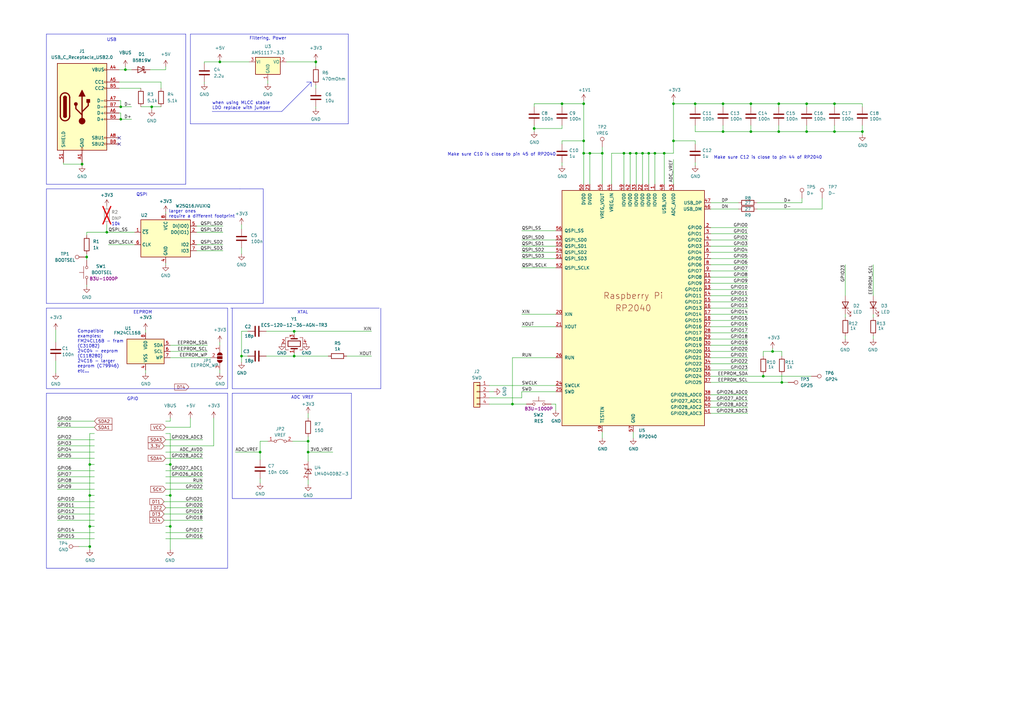
<source format=kicad_sch>
(kicad_sch (version 20231120) (generator "eeschema") (generator_version "8.0")
  (paper "A3")
  (junction (at 239.395 42.545))
  (junction (at 299.085 -85.725))
  (junction (at 260.985 62.865))
  (junction (at 36.83 203.2))
  (junction (at 62.23 43.815))
  (junction (at 142.875 -93.345))
  (junction (at 230.505 42.545))
  (junction (at 35.56 105.41))
  (junction (at 486.41 -127))
  (junction (at 69.85 203.2))
  (junction (at 198.12 -69.215))
  (junction (at 106.68 185.42))
  (junction (at 54.61 -80.01))
  (junction (at 49.53 43.815))
  (junction (at 43.815 95.25))
  (junction (at 319.405 53.975))
  (junction (at 342.265 53.975))
  (junction (at 36.83 190.5))
  (junction (at 471.17 -109.22))
  (junction (at 342.265 42.545))
  (junction (at 330.2 -109.855))
  (junction (at 61.595 -69.85))
  (junction (at 455.93 -95.25))
  (junction (at 241.935 62.865))
  (junction (at 349.885 -127.635))
  (junction (at 90.17 25.4))
  (junction (at 6.35 -86.36))
  (junction (at 319.405 -107.315))
  (junction (at 57.15 -121.92))
  (junction (at 173.99 -109.855))
  (junction (at 142.875 -85.725))
  (junction (at 435.61 -85.09))
  (junction (at 307.975 42.545))
  (junction (at 33.655 67.31))
  (junction (at 69.85 190.5))
  (junction (at 438.785 -95.25))
  (junction (at 57.15 -128.27))
  (junction (at 99.06 146.05))
  (junction (at 120.65 135.89))
  (junction (at 320.675 156.845))
  (junction (at 319.405 -95.885))
  (junction (at 299.085 -93.345))
  (junction (at 263.525 62.865))
  (junction (at 258.445 62.865))
  (junction (at 486.41 -124.1483))
  (junction (at 490.855 -68.58))
  (junction (at 126.365 180.975))
  (junction (at 193.675 -124.7833))
  (junction (at 272.415 62.865))
  (junction (at 126.365 185.42))
  (junction (at 9.525 -96.52))
  (junction (at 319.405 42.545))
  (junction (at 268.605 62.865))
  (junction (at 37.465 -110.49))
  (junction (at 239.395 57.785))
  (junction (at 296.545 53.975))
  (junction (at 146.05 -95.885))
  (junction (at 313.055 154.305))
  (junction (at 36.83 215.9))
  (junction (at 36.83 224.155))
  (junction (at 6.35 -93.98))
  (junction (at 163.195 -95.885))
  (junction (at 255.905 62.865))
  (junction (at 353.695 53.975))
  (junction (at 276.225 57.785))
  (junction (at 26.67 -107.95))
  (junction (at 193.675 -121.285))
  (junction (at 435.61 -92.71))
  (junction (at 486.41 -120.65))
  (junction (at 276.225 42.545))
  (junction (at 219.075 52.705))
  (junction (at 51.435 28.575))
  (junction (at 120.65 146.05))
  (junction (at 483.87 -78.74))
  (junction (at 193.675 -127.635))
  (junction (at 247.015 62.865))
  (junction (at 163.195 -107.315))
  (junction (at 57.15 -125.4183))
  (junction (at 307.975 53.975))
  (junction (at 347.345 -79.375))
  (junction (at 266.065 62.865))
  (junction (at 191.135 -79.375))
  (junction (at 455.93 -106.68))
  (junction (at 466.725 -109.22))
  (junction (at 285.115 42.545))
  (junction (at 296.545 42.545))
  (junction (at 330.835 42.545))
  (junction (at 129.54 25.4))
  (junction (at 69.85 215.9))
  (junction (at 49.53 48.895))
  (junction (at 210.185 165.735))
  (junction (at 302.26 -95.885))
  (junction (at 239.395 62.865))
  (junction (at 316.865 144.145))
  (junction (at 41.91 -110.49))
  (junction (at 349.885 -121.285))
  (junction (at 354.33 -69.215))
  (junction (at 26.67 -96.52))
  (junction (at 178.435 -109.855))
  (junction (at 334.645 -109.855))
  (junction (at 330.835 53.975))
  (junction (at 349.885 -124.7833))
  (no_connect (at 48.895 59.055))
  (no_connect (at 48.895 56.515))
  (wire (pts (xy 34.925 105.41) (xy 35.56 105.41)))
  (wire (pts (xy -16.51 -107.95) (xy 26.67 -107.95)))
  (wire (pts (xy 471.17 -83.82) (xy 471.17 -68.58)))
  (wire (pts (xy 330.835 53.975) (xy 319.405 53.975)))
  (wire (pts (xy 109.22 135.89) (xy 120.65 135.89)))
  (wire (pts (xy 316.865 144.145) (xy 313.055 144.145)))
  (wire (pts (xy 364.49 -109.8404) (xy 364.49 -109.855)))
  (polyline (pts (xy 98.425 77.47) (xy 19.05 77.47)))
  (wire (pts (xy 241.935 75.565) (xy 241.935 62.865)))
  (wire (pts (xy 342.265 51.435) (xy 342.265 53.975)))
  (wire (pts (xy 358.14 130.175) (xy 358.14 128.905)))
  (polyline (pts (xy 19.05 161.29) (xy 19.05 233.045)))
  (wire (pts (xy 323.215 -128.27) (xy 323.215 -124.7833)))
  (wire (pts (xy 170.815 -99.695) (xy 170.815 -85.725)))
  (polyline (pts (xy 19.05 233.045) (xy 93.345 233.045)))
  (wire (pts (xy 260.985 75.565) (xy 260.985 62.865)))
  (wire (pts (xy 324.485 -107.315) (xy 324.485 -95.885)))
  (wire (pts (xy 67.945 218.44) (xy 83.185 218.44)))
  (wire (pts (xy 33.655 67.31) (xy 33.655 66.675)))
  (wire (pts (xy 175.895 -97.155) (xy 178.435 -97.155)))
  (wire (pts (xy 319.405 53.975) (xy 307.975 53.975)))
  (wire (pts (xy 296.545 43.815) (xy 296.545 42.545)))
  (wire (pts (xy 307.975 43.815) (xy 307.975 42.545)))
  (wire (pts (xy 268.605 62.865) (xy 272.415 62.865)))
  (wire (pts (xy 208.28 -109.855) (xy 178.435 -109.855)))
  (wire (pts (xy 178.435 -119.38) (xy 178.435 -112.395)))
  (wire (pts (xy 358.14 139.065) (xy 358.14 137.795)))
  (wire (pts (xy 334.645 -119.38) (xy 334.645 -112.395)))
  (wire (pts (xy 227.965 94.615) (xy 213.995 94.615)))
  (wire (pts (xy 435.61 -85.09) (xy 463.55 -85.09)))
  (wire (pts (xy 36.83 190.5) (xy 36.83 203.2)))
  (wire (pts (xy 210.185 146.685) (xy 210.185 165.735)))
  (polyline (pts (xy 156.21 159.385) (xy 156.21 126.365)))
  (wire (pts (xy 49.53 41.275) (xy 48.895 41.275)))
  (wire (pts (xy 342.265 53.975) (xy 353.695 53.975)))
  (wire (pts (xy 466.725 -109.22) (xy 471.17 -109.22)))
  (wire (pts (xy 32.385 224.155) (xy 36.83 224.155)))
  (wire (pts (xy 38.735 198.12) (xy 23.495 198.12)))
  (wire (pts (xy 230.505 43.815) (xy 230.505 42.545)))
  (wire (pts (xy 260.985 62.865) (xy 263.525 62.865)))
  (wire (pts (xy 291.465 95.885) (xy 306.705 95.885)))
  (wire (pts (xy 332.105 -93.345) (xy 332.105 -97.155)))
  (wire (pts (xy 31.75 -107.95) (xy 31.75 -96.52)))
  (wire (pts (xy 35.56 95.25) (xy 43.815 95.25)))
  (wire (pts (xy 230.505 52.705) (xy 230.505 51.435)))
  (wire (pts (xy 208.28 -109.8404) (xy 214.8101 -109.8404)))
  (polyline (pts (xy 142.875 50.8) (xy 142.875 13.97)))
  (wire (pts (xy 91.44 95.25) (xy 80.645 95.25)))
  (wire (pts (xy 227.965 160.655) (xy 213.995 160.655)))
  (wire (pts (xy 178.435 -107.315) (xy 168.275 -107.315)))
  (wire (pts (xy 349.885 -127.635) (xy 354.965 -127.635)))
  (wire (pts (xy 67.945 200.66) (xy 83.185 200.66)))
  (wire (pts (xy 459.74 -127.635) (xy 459.74 -124.1483)))
  (wire (pts (xy 490.855 -68.58) (xy 490.855 -78.74)))
  (wire (pts (xy 30.48 -125.4183) (xy 57.15 -125.4183)))
  (wire (pts (xy 291.465 98.425) (xy 306.705 98.425)))
  (wire (pts (xy 507.5451 -109.2054) (xy 507.5451 -68.58)))
  (wire (pts (xy 294.005 -85.725) (xy 299.085 -85.725)))
  (wire (pts (xy 33.655 67.945) (xy 33.655 67.31)))
  (wire (pts (xy 163.195 -95.885) (xy 168.275 -95.885)))
  (wire (pts (xy 120.65 144.78) (xy 120.65 146.05)))
  (wire (pts (xy 342.265 42.545) (xy 353.695 42.545)))
  (wire (pts (xy 67.945 180.34) (xy 83.185 180.34)))
  (wire (pts (xy 67.945 185.42) (xy 83.185 185.42)))
  (wire (pts (xy 6.35 -93.98) (xy 39.37 -93.98)))
  (wire (pts (xy 346.71 130.175) (xy 346.71 128.905)))
  (wire (pts (xy 38.735 213.36) (xy 23.495 213.36)))
  (wire (pts (xy 291.465 133.985) (xy 306.705 133.985)))
  (polyline (pts (xy 95.25 204.47) (xy 144.145 204.47)))
  (wire (pts (xy 344.805 -121.285) (xy 349.885 -121.285)))
  (wire (pts (xy 159.385 -95.885) (xy 163.195 -95.885)))
  (wire (pts (xy 468.63 -92.71) (xy 468.63 -96.52)))
  (wire (pts (xy 90.17 140.335) (xy 90.17 141.605)))
  (wire (pts (xy 38.735 200.66) (xy 23.495 200.66)))
  (wire (pts (xy 346.71 121.285) (xy 346.71 108.585)))
  (wire (pts (xy 59.69 135.255) (xy 59.69 136.525)))
  (wire (pts (xy 208.28 -109.8404) (xy 208.28 -109.855)))
  (wire (pts (xy 29.845 -131.445) (xy 37.465 -131.445)))
  (wire (pts (xy 466.725 -130.175) (xy 466.725 -109.22)))
  (wire (pts (xy 346.71 139.065) (xy 346.71 137.795)))
  (polyline (pts (xy 19.05 75.565) (xy 76.2 75.565)))
  (wire (pts (xy -16.4126 -100.9372) (xy 9.525 -100.9372)))
  (wire (pts (xy 481.33 -120.65) (xy 486.41 -120.65)))
  (wire (pts (xy 230.505 42.545) (xy 239.395 42.545)))
  (wire (pts (xy 41.91 -100.33) (xy 34.29 -100.33)))
  (wire (pts (xy 96.52 185.42) (xy 106.68 185.42)))
  (wire (pts (xy 90.17 24.765) (xy 90.17 25.4)))
  (wire (pts (xy 163.195 -98.425) (xy 163.195 -95.885)))
  (wire (pts (xy 213.995 98.425) (xy 227.965 98.425)))
  (wire (pts (xy 26.67 -99.06) (xy 26.67 -96.52)))
  (wire (pts (xy 41.91 -120.015) (xy -20.955 -120.015)))
  (wire (pts (xy 291.465 169.545) (xy 306.705 169.545)))
  (wire (pts (xy 299.085 -93.345) (xy 332.105 -93.345)))
  (wire (pts (xy 291.465 156.845) (xy 320.675 156.845)))
  (wire (pts (xy 213.995 163.195) (xy 213.995 160.655)))
  (wire (pts (xy 438.785 -95.25) (xy 444.5 -95.25)))
  (wire (pts (xy 319.405 51.435) (xy 319.405 53.975)))
  (wire (pts (xy 296.545 42.545) (xy 307.975 42.545)))
  (wire (pts (xy 302.26 -95.885) (xy 307.975 -95.885)))
  (wire (pts (xy 291.465 93.345) (xy 306.705 93.345)))
  (wire (pts (xy 67.945 28.575) (xy 61.595 28.575)))
  (wire (pts (xy 486.41 -127) (xy 491.49 -127)))
  (wire (pts (xy 353.695 42.545) (xy 353.695 43.815)))
  (wire (pts (xy 57.15 -128.27) (xy 57.15 -125.4183)))
  (wire (pts (xy 316.865 144.145) (xy 320.675 144.145)))
  (polyline (pts (xy 19.05 159.385) (xy 93.345 159.385)))
  (polyline (pts (xy 78.105 13.97) (xy 78.105 50.8)))
  (wire (pts (xy 146.05 -95.885) (xy 151.765 -95.885)))
  (wire (pts (xy 99.06 104.14) (xy 99.06 101.6)))
  (wire (pts (xy 34.29 -100.33) (xy 34.29 -86.36)))
  (wire (pts (xy 200.66 165.735) (xy 210.185 165.735)))
  (wire (pts (xy 57.15 -137.16) (xy 57.15 -128.27)))
  (wire (pts (xy 198.12 -69.215) (xy 198.12 -79.375)))
  (wire (pts (xy 501.015 -109.2054) (xy 507.5451 -109.2054)))
  (wire (pts (xy 83.82 33.655) (xy 83.82 34.29)))
  (wire (pts (xy 29.21 -107.95) (xy 29.21 -110.49)))
  (wire (pts (xy 57.15 -121.92) (xy 57.15 -120.65)))
  (wire (pts (xy 192.405 -69.215) (xy 198.12 -69.215)))
  (wire (pts (xy 91.44 102.87) (xy 80.645 102.87)))
  (wire (pts (xy 91.44 92.71) (xy 80.645 92.71)))
  (polyline (pts (xy 86.995 45.72) (xy 115.57 45.72)))
  (wire (pts (xy 455.93 -95.25) (xy 461.01 -95.25)))
  (wire (pts (xy 299.085 -85.725) (xy 327.025 -85.725)))
  (wire (pts (xy 296.545 53.975) (xy 285.115 53.975)))
  (wire (pts (xy 67.945 203.2) (xy 69.85 203.2)))
  (wire (pts (xy 83.82 25.4) (xy 90.17 25.4)))
  (wire (pts (xy 219.075 52.705) (xy 219.075 53.975)))
  (wire (pts (xy 272.415 62.865) (xy 276.225 62.865)))
  (wire (pts (xy 371.0201 -109.8404) (xy 371.0201 -69.215)))
  (polyline (pts (xy 115.57 45.72) (xy 127.635 33.655)))
  (wire (pts (xy 35.56 95.25) (xy 35.56 96.52)))
  (wire (pts (xy 247.015 75.565) (xy 247.015 62.865)))
  (wire (pts (xy 323.215 -128.27) (xy 322.58 -128.27)))
  (wire (pts (xy 120.015 180.975) (xy 126.365 180.975)))
  (wire (pts (xy 178.435 -99.695) (xy 170.815 -99.695)))
  (wire (pts (xy 320.675 144.145) (xy 320.675 146.05)))
  (wire (pts (xy 48.895 36.195) (xy 57.785 36.195)))
  (polyline (pts (xy 155.575 126.365) (xy 94.615 126.365)))
  (polyline (pts (xy 19.05 77.47) (xy 19.05 124.46)))
  (wire (pts (xy 22.86 -96.52) (xy 26.67 -96.52)))
  (wire (pts (xy -16.51 -86.36) (xy -6.35 -86.36)))
  (wire (pts (xy 276.225 -85.725) (xy 286.385 -85.725)))
  (wire (pts (xy 120.65 135.89) (xy 120.65 137.16)))
  (wire (pts (xy 458.47 -106.68) (xy 458.47 -109.22)))
  (wire (pts (xy 247.015 177.165) (xy 247.015 179.705)))
  (wire (pts (xy 285.115 42.545) (xy 296.545 42.545)))
  (wire (pts (xy 438.785 -78.74) (xy 483.87 -78.74)))
  (wire (pts (xy 67.945 208.28) (xy 83.185 208.28)))
  (wire (pts (xy 67.945 195.58) (xy 83.185 195.58)))
  (wire (pts (xy 178.435 -119.38) (xy 115.57 -119.38)))
  (wire (pts (xy 291.465 123.825) (xy 306.705 123.825)))
  (wire (pts (xy 276.225 65.405) (xy 276.225 75.565)))
  (wire (pts (xy 126.365 185.42) (xy 126.365 189.23)))
  (wire (pts (xy 200.66 163.195) (xy 213.995 163.195)))
  (wire (pts (xy 52.07 -120.65) (xy 52.07 -121.92)))
  (wire (pts (xy 61.595 -80.01) (xy 54.61 -80.01)))
  (wire (pts (xy 67.31 182.88) (xy 87.63 182.88)))
  (wire (pts (xy 146.05 -100.3022) (xy 146.05 -95.885)))
  (wire (pts (xy 226.06 165.735) (xy 227.965 165.735)))
  (wire (pts (xy 285.115 43.815) (xy 285.115 42.545)))
  (wire (pts (xy 99.06 146.05) (xy 99.06 148.59)))
  (wire (pts (xy 276.225 41.275) (xy 276.225 42.545)))
  (polyline (pts (xy 93.345 126.365) (xy 19.05 126.365)))
  (wire (pts (xy 353.695 53.975) (xy 353.695 55.245)))
  (wire (pts (xy 213.995 128.905) (xy 227.965 128.905)))
  (wire (pts (xy 291.465 85.725) (xy 302.895 85.725)))
  (wire (pts (xy 334.645 -107.315) (xy 324.485 -107.315)))
  (wire (pts (xy 83.82 25.4) (xy 83.82 26.035)))
  (wire (pts (xy 365.125 -69.215) (xy 371.0201 -69.215)))
  (polyline (pts (xy 98.425 77.47) (xy 107.95 77.47)))
  (wire (pts (xy 126.365 169.545) (xy 126.365 171.45)))
  (wire (pts (xy 321.945 -109.855) (xy 330.2 -109.855)))
  (wire (pts (xy 69.85 177.8) (xy 69.85 190.5)))
  (wire (pts (xy 291.465 136.525) (xy 306.705 136.525)))
  (wire (pts (xy 230.505 66.675) (xy 230.505 67.945)))
  (wire (pts (xy 412.75 -92.71) (xy 435.61 -92.71)))
  (wire (pts (xy 302.26 -79.375) (xy 347.345 -79.375)))
  (wire (pts (xy 334.645 -84.455) (xy 334.645 -69.215)))
  (wire (pts (xy 364.49 -109.8404) (xy 371.0201 -109.8404)))
  (wire (pts (xy 258.445 62.865) (xy 260.985 62.865)))
  (wire (pts (xy 322.58 -130.81) (xy 330.2 -130.81)))
  (wire (pts (xy 49.53 41.275) (xy 49.53 43.815)))
  (polyline (pts (xy 78.105 50.8) (xy 142.875 50.8)))
  (wire (pts (xy 126.365 198.755) (xy 126.365 196.85)))
  (wire (pts (xy 120.015 -85.725) (xy 130.175 -85.725)))
  (wire (pts (xy 126.365 185.42) (xy 136.525 185.42)))
  (wire (pts (xy 250.825 62.865) (xy 255.905 62.865)))
  (wire (pts (xy 408.305 -130.175) (xy 408.305 -118.745)))
  (wire (pts (xy 276.3224 -100.3022) (xy 302.26 -100.3022)))
  (wire (pts (xy 323.215 -124.7833) (xy 349.885 -124.7833)))
  (wire (pts (xy 291.465 108.585) (xy 306.705 108.585)))
  (wire (pts (xy 67.945 187.96) (xy 83.185 187.96)))
  (wire (pts (xy 342.265 43.815) (xy 342.265 42.545)))
  (wire (pts (xy 106.68 185.42) (xy 106.68 188.595)))
  (wire (pts (xy 69.85 144.145) (xy 85.09 144.145)))
  (wire (pts (xy 38.735 220.98) (xy 23.495 220.98)))
  (wire (pts (xy 307.975 51.435) (xy 307.975 53.975)))
  (polyline (pts (xy 19.05 126.365) (xy 19.05 159.385)))
  (wire (pts (xy 219.075 52.705) (xy 230.505 52.705)))
  (wire (pts (xy 490.855 -78.74) (xy 483.87 -78.74)))
  (wire (pts (xy 142.875 -93.345) (xy 175.895 -93.345)))
  (wire (pts (xy 137.795 -85.725) (xy 142.875 -85.725)))
  (wire (pts (xy 463.55 -99.06) (xy 463.55 -85.09)))
  (wire (pts (xy 67.945 215.9) (xy 69.85 215.9)))
  (wire (pts (xy 99.06 135.89) (xy 99.06 146.05)))
  (wire (pts (xy 334.645 -119.38) (xy 271.78 -119.38)))
  (wire (pts (xy 430.53 -85.09) (xy 435.61 -85.09)))
  (wire (pts (xy 276.225 57.785) (xy 276.225 62.865)))
  (polyline (pts (xy 144.145 161.29) (xy 95.25 161.29)))
  (wire (pts (xy 38.735 190.5) (xy 36.83 190.5)))
  (polyline (pts (xy 19.05 13.97) (xy 19.05 75.565)))
  (wire (pts (xy 485.14 -68.58) (xy 490.855 -68.58)))
  (wire (pts (xy 486.41 -120.65) (xy 486.41 -119.38)))
  (wire (pts (xy 69.85 203.2) (xy 69.85 215.9)))
  (wire (pts (xy 471.17 -118.745) (xy 471.17 -111.76)))
  (wire (pts (xy 291.465 111.125) (xy 306.705 111.125)))
  (wire (pts (xy 78.105 175.26) (xy 78.105 171.45)))
  (wire (pts (xy 285.115 66.675) (xy 285.115 67.945)))
  (wire (pts (xy 38.735 205.74) (xy 23.495 205.74)))
  (wire (pts (xy 129.54 34.925) (xy 129.54 36.195)))
  (wire (pts (xy 247.015 62.865) (xy 241.935 62.865)))
  (wire (pts (xy 291.465 103.505) (xy 306.705 103.505)))
  (wire (pts (xy 349.885 -121.285) (xy 349.885 -120.015)))
  (wire (pts (xy 49.53 43.815) (xy 48.895 43.815)))
  (wire (pts (xy 227.965 109.855) (xy 213.995 109.855)))
  (wire (pts (xy 266.065 75.565) (xy 266.065 62.865)))
  (wire (pts (xy 69.85 215.9) (xy 69.85 225.425)))
  (wire (pts (xy 120.015 -107.315) (xy 163.195 -107.315)))
  (wire (pts (xy 1.27 -86.36) (xy 6.35 -86.36)))
  (wire (pts (xy 315.595 -95.885) (xy 319.405 -95.885)))
  (wire (pts (xy 67.31 210.82) (xy 83.185 210.82)))
  (wire (pts (xy 354.33 -69.215) (xy 354.33 -79.375)))
  (wire (pts (xy 166.37 -130.81) (xy 173.99 -130.81)))
  (wire (pts (xy 165.735 -109.855) (xy 173.99 -109.855)))
  (wire (pts (xy 452.12 -95.25) (xy 455.93 -95.25)))
  (wire (pts (xy 486.41 -135.89) (xy 486.41 -127)))
  (wire (pts (xy 459.74 -124.1483) (xy 486.41 -124.1483)))
  (wire (pts (xy 120.1124 -100.3022) (xy 146.05 -100.3022)))
  (wire (pts (xy 263.525 62.865) (xy 266.065 62.865)))
  (wire (pts (xy 168.275 -107.315) (xy 168.275 -95.885)))
  (wire (pts (xy 38.735 193.04) (xy 23.495 193.04)))
  (wire (pts (xy 49.53 46.355) (xy 49.53 48.895)))
  (wire (pts (xy 210.185 165.735) (xy 215.9 165.735)))
  (wire (pts (xy 291.465 149.225) (xy 306.705 149.225)))
  (wire (pts (xy 61.595 -69.85) (xy 61.595 -80.01)))
  (wire (pts (xy 167.005 -128.27) (xy 166.37 -128.27)))
  (wire (pts (xy 193.675 -136.525) (xy 222.885 -136.525)))
  (wire (pts (xy 69.85 172.72) (xy 69.85 171.45)))
  (wire (pts (xy 43.815 95.25) (xy 55.245 95.25)))
  (wire (pts (xy 471.17 -106.68) (xy 461.01 -106.68)))
  (wire (pts (xy 99.06 92.075) (xy 99.06 93.98)))
  (wire (pts (xy 142.24 146.05) (xy 152.4 146.05)))
  (wire (pts (xy 178.435 -84.455) (xy 178.435 -69.215)))
  (wire (pts (xy 39.37 -97.79) (xy 41.91 -97.79)))
  (wire (pts (xy 354.33 -69.215) (xy 357.505 -69.215)))
  (wire (pts (xy 126.365 180.975) (xy 126.365 185.42)))
  (wire (pts (xy 291.465 100.965) (xy 306.705 100.965)))
  (wire (pts (xy 37.465 -131.445) (xy 37.465 -110.49)))
  (wire (pts (xy 291.465 164.465) (xy 306.705 164.465)))
  (wire (pts (xy 38.735 218.44) (xy 23.495 218.44)))
  (wire (pts (xy 259.715 177.165) (xy 259.715 179.705)))
  (wire (pts (xy 348.615 -69.215) (xy 354.33 -69.215)))
  (wire (pts (xy 30.48 -128.905) (xy 30.48 -125.4183)))
  (wire (pts (xy 38.735 203.2) (xy 36.83 203.2)))
  (wire (pts (xy 30.48 -128.905) (xy 29.845 -128.905)))
  (wire (pts (xy 91.44 100.33) (xy 80.645 100.33)))
  (wire (pts (xy 22.86 135.255) (xy 22.86 140.335)))
  (wire (pts (xy 302.26 -95.885) (xy 302.26 -79.375)))
  (wire (pts (xy 276.225 42.545) (xy 276.225 57.785)))
  (wire (pts (xy 129.54 43.815) (xy 129.54 44.45)))
  (wire (pts (xy 35.56 106.68) (xy 35.56 105.41)))
  (wire (pts (xy 291.465 167.005) (xy 306.705 167.005)))
  (wire (pts (xy 291.465 144.145) (xy 306.705 144.145)))
  (wire (pts (xy 313.055 154.305) (xy 313.055 153.67)))
  (wire (pts (xy 71.755 -110.4754) (xy 78.2851 -110.4754)))
  (wire (pts (xy 291.465 116.205) (xy 306.705 116.205)))
  (wire (pts (xy 188.595 -121.285) (xy 193.675 -121.285)))
  (wire (pts (xy 67.31 205.74) (xy 83.185 205.74)))
  (wire (pts (xy 193.675 -136.525) (xy 193.675 -127.635)))
  (wire (pts (xy 291.465 146.685) (xy 306.705 146.685)))
  (wire (pts (xy 9.525 -100.9372) (xy 9.525 -96.52)))
  (wire (pts (xy 193.675 -127.635) (xy 193.675 -124.7833)))
  (wire (pts (xy 501.65 -68.58) (xy 507.5451 -68.58)))
  (wire (pts (xy 51.435 28.575) (xy 53.975 28.575)))
  (wire (pts (xy 438.785 -95.25) (xy 438.785 -78.74)))
  (wire (pts (xy 202.565 160.655) (xy 200.66 160.655)))
  (wire (pts (xy 276.225 -93.345) (xy 299.085 -93.345)))
  (wire (pts (xy 129.54 24.765) (xy 129.54 25.4)))
  (wire (pts (xy 319.405 43.815) (xy 319.405 42.545)))
  (wire (pts (xy 291.465 121.285) (xy 306.705 121.285)))
  (wire (pts (xy 349.885 -127.635) (xy 349.885 -124.7833)))
  (wire (pts (xy 193.675 -121.285) (xy 193.675 -120.015)))
  (polyline (pts (xy 144.145 204.47) (xy 144.145 161.29)))
  (wire (pts (xy 57.15 -128.27) (xy 62.23 -128.27)))
  (wire (pts (xy 29.21 -107.95) (xy 26.67 -107.95)))
  (wire (pts (xy -20.955 -131.445) (xy -20.955 -120.015)))
  (wire (pts (xy 213.995 106.045) (xy 227.965 106.045)))
  (wire (pts (xy 69.85 190.5) (xy 69.85 203.2)))
  (wire (pts (xy 313.055 154.305) (xy 332.74 154.305)))
  (wire (pts (xy 9.525 -96.52) (xy 9.525 -80.01)))
  (wire (pts (xy 291.465 141.605) (xy 306.705 141.605)))
  (wire (pts (xy 52.07 -121.92) (xy 57.15 -121.92)))
  (wire (pts (xy 184.785 -69.215) (xy 178.435 -69.215)))
  (wire (pts (xy 90.17 153.035) (xy 90.17 151.765)))
  (wire (pts (xy 412.75 -85.09) (xy 422.91 -85.09)))
  (polyline (pts (xy 93.345 233.045) (xy 93.345 161.29)))
  (wire (pts (xy 142.875 -85.725) (xy 170.815 -85.725)))
  (wire (pts (xy 57.15 -137.16) (xy 86.36 -137.16)))
  (wire (pts (xy 198.12 -69.215) (xy 201.295 -69.215)))
  (wire (pts (xy 321.945 -107.315) (xy 321.945 -109.855)))
  (wire (pts (xy 330.835 42.545) (xy 342.265 42.545)))
  (wire (pts (xy 29.21 -110.49) (xy 37.465 -110.49)))
  (wire (pts (xy 9.525 -80.01) (xy 54.61 -80.01)))
  (wire (pts (xy 214.8101 -109.8404) (xy 214.8101 -69.215)))
  (wire (pts (xy 319.405 -106.045) (xy 319.405 -107.315)))
  (wire (pts (xy 271.78 -130.81) (xy 271.78 -119.38)))
  (wire (pts (xy 193.675 -127.635) (xy 198.755 -127.635)))
  (wire (pts (xy 165.735 -107.315) (xy 163.195 -107.315)))
  (wire (pts (xy 26.67 -96.52) (xy 31.75 -96.52)))
  (wire (pts (xy 319.405 42.545) (xy 330.835 42.545)))
  (wire (pts (xy 330.2 -130.81) (xy 330.2 -109.855)))
  (wire (pts (xy 319.405 -98.425) (xy 319.405 -95.885)))
  (wire (pts (xy 69.85 141.605) (xy 85.09 141.605)))
  (wire (pts (xy 59.69 153.035) (xy 59.69 151.765)))
  (wire (pts (xy 43.815 92.075) (xy 43.815 95.25)))
  (wire (pts (xy 328.93 81.28) (xy 328.93 83.185)))
  (wire (pts (xy 296.545 51.435) (xy 296.545 53.975)))
  (wire (pts (xy 167.005 -128.27) (xy 167.005 -124.7833)))
  (wire (pts (xy 69.85 146.685) (xy 86.36 146.685)))
  (polyline (pts (xy 142.875 13.97) (xy 78.105 13.97)))
  (wire (pts (xy 61.595 -69.85) (xy 64.77 -69.85)))
  (wire (pts (xy 327.025 -99.695) (xy 327.025 -85.725)))
  (wire (pts (xy 48.895 33.655) (xy 66.04 33.655)))
  (wire (pts (xy 263.525 75.565) (xy 263.525 62.865)))
  (polyline (pts (xy 93.345 159.385) (xy 93.345 126.365)))
  (wire (pts (xy 62.23 43.815) (xy 66.04 43.815)))
  (wire (pts (xy 250.825 75.565) (xy 250.825 62.865)))
  (wire (pts (xy 117.475 25.4) (xy 129.54 25.4)))
  (wire (pts (xy 349.885 -136.525) (xy 349.885 -127.635)))
  (wire (pts (xy 67.945 108.585) (xy 67.945 107.95)))
  (wire (pts (xy 459.74 -127.635) (xy 459.105 -127.635)))
  (wire (pts (xy 291.465 151.765) (xy 306.705 151.765)))
  (wire (pts (xy 126.365 179.07) (xy 126.365 180.975)))
  (wire (pts (xy 438.785 -99.6672) (xy 438.785 -95.25)))
  (wire (pts (xy 23.495 175.26) (xy 38.735 175.26)))
  (wire (pts (xy 67.945 198.12) (xy 83.185 198.12)))
  (wire (pts (xy 66.04 36.195) (xy 66.04 33.655)))
  (wire (pts (xy 120.015 -93.345) (xy 142.875 -93.345)))
  (wire (pts (xy 230.505 57.785) (xy 239.395 57.785)))
  (wire (pts (xy 354.33 -79.375) (xy 347.345 -79.375)))
  (wire (pts (xy 471.17 -99.06) (xy 463.55 -99.06)))
  (wire (pts (xy 213.995 103.505) (xy 227.965 103.505)))
  (wire (pts (xy 358.14 121.285) (xy 358.14 108.585)))
  (wire (pts (xy 247.015 60.325) (xy 247.015 62.865)))
  (wire (pts (xy 316.865 142.875) (xy 316.865 144.145)))
  (wire (pts (xy 330.835 51.435) (xy 330.835 53.975)))
  (wire (pts (xy 165.735 -107.315) (xy 165.735 -109.855)))
  (wire (pts (xy 198.12 -79.375) (xy 191.135 -79.375)))
  (wire (pts (xy 334.645 -99.695) (xy 327.025 -99.695)))
  (wire (pts (xy 285.115 59.055) (xy 285.115 57.785)))
  (polyline (pts (xy 19.05 124.46) (xy 107.95 124.46)))
  (wire (pts (xy 455.93 -105.41) (xy 455.93 -106.68)))
  (wire (pts (xy 501.015 -109.2054) (xy 501.015 -109.22)))
  (wire (pts (xy 67.945 86.995) (xy 67.945 87.63)))
  (polyline (pts (xy 125.73 33.655) (xy 127.635 33.655)))
  (wire (pts (xy 272.415 75.565) (xy 272.415 62.865)))
  (polyline (pts (xy 93.345 161.29) (xy 19.05 161.29)))
  (wire (pts (xy 468.63 -96.52) (xy 471.17 -96.52)))
  (wire (pts (xy 35.56 117.475) (xy 35.56 116.84)))
  (wire (pts (xy 458.47 -106.68) (xy 455.93 -106.68)))
  (wire (pts (xy 208.915 -69.215) (xy 214.8101 -69.215)))
  (wire (pts (xy 313.055 144.145) (xy 313.055 146.05)))
  (wire (pts (xy 276.225 -107.315) (xy 319.405 -107.315)))
  (wire (pts (xy 291.465 131.445) (xy 306.705 131.445)))
  (wire (pts (xy 227.965 133.985) (xy 213.995 133.985)))
  (wire (pts (xy -16.51 -93.98) (xy 6.35 -93.98)))
  (wire (pts (xy 353.695 51.435) (xy 353.695 53.975)))
  (wire (pts (xy 210.185 146.685) (xy 227.965 146.685)))
  (wire (pts (xy 276.225 57.785) (xy 285.115 57.785)))
  (wire (pts (xy 67.945 175.26) (xy 78.105 175.26)))
  (wire (pts (xy 67.945 172.72) (xy 69.85 172.72)))
  (wire (pts (xy 219.075 43.815) (xy 219.075 42.545)))
  (wire (pts (xy 200.66 158.115) (xy 227.965 158.115)))
  (wire (pts (xy 49.53 48.895) (xy 53.975 48.895)))
  (wire (pts (xy 146.05 -95.885) (xy 146.05 -79.375)))
  (wire (pts (xy 49.53 46.355) (xy 48.895 46.355)))
  (wire (pts (xy 455.93 -97.79) (xy 455.93 -95.25)))
  (wire (pts (xy 71.755 -110.49) (xy 41.91 -110.49)))
  (wire (pts (xy 36.83 203.2) (xy 36.83 215.9)))
  (wire (pts (xy 342.265 53.975) (xy 330.835 53.975)))
  (wire (pts (xy 38.735 177.8) (xy 36.83 177.8)))
  (wire (pts (xy 67.31 213.36) (xy 83.185 213.36)))
  (wire (pts (xy 458.47 -109.22) (xy 466.725 -109.22)))
  (wire (pts (xy 48.895 28.575) (xy 51.435 28.575)))
  (wire (pts (xy 241.935 62.865) (xy 239.395 62.865)))
  (wire (pts (xy 36.83 224.155) (xy 36.83 225.425)))
  (wire (pts (xy 106.68 180.975) (xy 106.68 185.42)))
  (wire (pts (xy 51.435 27.305) (xy 51.435 28.575)))
  (wire (pts (xy 35.56 105.41) (xy 35.56 104.14)))
  (wire (pts (xy 41.91 -120.015) (xy 41.91 -113.03)))
  (wire (pts (xy 163.195 -106.045) (xy 163.195 -107.315)))
  (wire (pts (xy 471.17 -118.745) (xy 408.305 -118.745)))
  (wire (pts (xy 106.68 198.12) (xy 106.68 196.215)))
  (wire (pts (xy 41.91 -85.09) (xy 41.91 -69.85)))
  (polyline (pts (xy 107.95 124.46) (xy 107.95 77.47)))
  (wire (pts (xy 230.505 59.055) (xy 230.505 57.785)))
  (wire (pts (xy 255.905 75.565) (xy 255.905 62.865)))
  (wire (pts (xy 67.945 177.8) (xy 69.85 177.8)))
  (wire (pts (xy 120.65 146.05) (xy 134.62 146.05)))
  (wire (pts (xy 364.49 -109.855) (xy 334.645 -109.855)))
  (wire (pts (xy 49.53 48.895) (xy 48.895 48.895)))
  (wire (pts (xy 486.41 -124.1483) (xy 486.41 -120.65)))
  (wire (pts (xy 213.995 100.965) (xy 227.965 100.965)))
  (wire (pts (xy 146.05 -79.375) (xy 191.135 -79.375)))
  (wire (pts (xy 321.945 -107.315) (xy 319.405 -107.315)))
  (wire (pts (xy 175.895 -93.345) (xy 175.895 -97.155)))
  (wire (pts (xy 268.605 62.865) (xy 268.605 75.565)))
  (wire (pts (xy 291.465 139.065) (xy 306.705 139.065)))
  (wire (pts (xy 337.185 81.28) (xy 337.185 85.725)))
  (wire (pts (xy 26.035 66.675) (xy 26.035 67.31)))
  (wire (pts (xy 109.855 33.02) (xy 109.855 34.29)))
  (wire (pts (xy 258.445 75.565) (xy 258.445 62.865)))
  (wire (pts (xy 435.61 -92.71) (xy 468.63 -92.71)))
  (wire (pts (xy 461.01 -106.68) (xy 461.01 -95.25)))
  (wire (pts (xy 38.735 182.88) (xy 23.495 182.88)))
  (wire (pts (xy 26.67 -106.68) (xy 26.67 -107.95)))
  (wire (pts (xy 67.945 190.5) (xy 69.85 190.5)))
  (wire (pts (xy 41.91 -107.95) (xy 31.75 -107.95)))
  (wire (pts (xy 38.735 185.42) (xy 23.495 185.42)))
  (wire (pts (xy 38.735 215.9) (xy 36.83 215.9)))
  (wire (pts (xy 67.945 220.98) (xy 83.185 220.98)))
  (wire (pts (xy 38.735 210.82) (xy 23.495 210.82)))
  (wire (pts (xy 22.86 153.035) (xy 22.86 147.955)))
  (wire (pts (xy 291.465 126.365) (xy 306.705 126.365)))
  (wire (pts (xy 330.835 43.815) (xy 330.835 42.545)))
  (wire (pts (xy 101.6 135.89) (xy 99.06 135.89)))
  (wire (pts (xy 412.8474 -99.6672) (xy 438.785 -99.6672)))
  (wire (pts (xy 39.37 -93.98) (xy 39.37 -97.79)))
  (polyline (pts (xy 127.635 33.655) (xy 127.635 35.56)))
  (wire (pts (xy 38.735 208.28) (xy 23.495 208.28)))
  (wire (pts (xy 38.735 180.34) (xy 23.495 180.34)))
  (wire (pts (xy 255.905 62.865) (xy 258.445 62.865)))
  (wire (pts (xy 291.465 113.665) (xy 306.705 113.665)))
  (wire (pts (xy 481.33 -119.38) (xy 481.33 -120.65)))
  (wire (pts (xy 239.395 57.785) (xy 239.395 62.865)))
  (wire (pts (xy 173.99 -130.81) (xy 173.99 -109.855)))
  (wire (pts (xy 129.54 25.4) (xy 129.54 27.305)))
  (wire (pts (xy 501.015 -109.22) (xy 471.17 -109.22)))
  (wire (pts (xy 48.26 -69.85) (xy 41.91 -69.85)))
  (wire (pts (xy 87.63 182.88) (xy 87.63 171.45)))
  (wire (pts (xy 307.975 53.975) (xy 296.545 53.975)))
  (wire (pts (xy 67.945 193.04) (xy 83.185 193.04)))
  (wire (pts (xy 486.41 -127) (xy 486.41 -124.1483)))
  (wire (pts (xy 291.465 154.305) (xy 313.055 154.305)))
  (wire (pts (xy 38.735 195.58) (xy 23.495 195.58)))
  (wire (pts (xy 302.26 -100.3022) (xy 302.26 -95.885)))
  (wire (pts (xy 49.53 43.815) (xy 53.975 43.815)))
  (wire (pts (xy 71.755 -110.4754) (xy 71.755 -110.49)))
  (wire (pts (xy 219.075 42.545) (xy 230.505 42.545)))
  (wire (pts (xy 291.465 106.045) (xy 306.705 106.045)))
  (wire (pts (xy 109.22 146.05) (xy 120.65 146.05)))
  (wire (pts (xy 219.075 51.435) (xy 219.075 52.705)))
  (wire (pts (xy 38.735 172.72) (xy 23.495 172.72)))
  (wire (pts (xy 78.2851 -110.4754) (xy 78.2851 -69.85)))
  (wire (pts (xy 285.115 51.435) (xy 285.115 53.975)))
  (wire (pts (xy 291.465 161.925) (xy 306.705 161.925)))
  (wire (pts (xy 291.465 118.745) (xy 306.705 118.745)))
  (wire (pts (xy 44.45 100.33) (xy 55.245 100.33)))
  (wire (pts (xy 36.83 215.9) (xy 36.83 224.155)))
  (wire (pts (xy 477.52 -68.58) (xy 471.17 -68.58)))
  (wire (pts (xy 9.525 -96.52) (xy 15.24 -96.52)))
  (wire (pts (xy 319.405 -95.885) (xy 324.485 -95.885)))
  (wire (pts (xy 340.995 -69.215) (xy 334.645 -69.215)))
  (wire (pts (xy 55.88 -69.85) (xy 61.595 -69.85)))
  (wire (pts (xy 120.65 135.89) (xy 152.4 135.89)))
  (wire (pts (xy 57.15 -125.4183) (xy 57.15 -121.92)))
  (wire (pts (xy 349.885 -136.525) (xy 379.095 -136.525)))
  (wire (pts (xy 26.035 67.31) (xy 33.655 67.31)))
  (wire (pts (xy 332.105 -97.155) (xy 334.645 -97.155)))
  (wire (pts (xy 490.855 -68.58) (xy 494.03 -68.58)))
  (wire (pts (xy 90.17 25.4) (xy 102.235 25.4)))
  (wire (pts (xy 344.805 -120.015) (xy 344.805 -121.285)))
  (wire (pts (xy 101.6 146.05) (xy 99.06 146.05)))
  (wire (pts (xy 37.465 -110.49) (xy 41.91 -110.49)))
  (wire (pts (xy 62.23 45.085) (xy 62.23 43.815)))
  (polyline (pts (xy 95.25 126.365) (xy 95.25 159.385)))
  (wire (pts (xy 239.395 41.275) (xy 239.395 42.545)))
  (wire (pts (xy 276.225 42.545) (xy 285.115 42.545)))
  (polyline (pts (xy 95.25 159.385) (xy 156.21 159.385)))
  (wire (pts (xy 188.595 -120.015) (xy 188.595 -121.285)))
  (wire (pts (xy 38.735 187.96) (xy 23.495 187.96)))
  (wire (pts (xy 239.395 42.545) (xy 239.395 57.785)))
  (wire (pts (xy 115.57 -130.81) (xy 115.57 -119.38)))
  (polyline (pts (xy 76.2 75.565) (xy 76.2 13.97)))
  (wire (pts (xy 173.99 -109.855) (xy 178.435 -109.855)))
  (wire (pts (xy 310.515 85.725) (xy 337.185 85.725)))
  (wire (pts (xy 72.39 -69.85) (xy 78.2851 -69.85)))
  (wire (pts (xy 36.83 177.8) (xy 36.83 190.5)))
  (wire (pts (xy 291.465 128.905) (xy 306.705 128.905)))
  (wire (pts (xy 106.68 180.975) (xy 109.855 180.975)))
  (wire (pts (xy 310.515 83.185) (xy 328.93 83.185)))
  (wire (pts (xy 239.395 62.865) (xy 239.395 75.565)))
  (wire (pts (xy 307.975 42.545) (xy 319.405 42.545)))
  (wire (pts (xy 57.785 43.815) (xy 62.23 43.815)))
  (polyline (pts (xy 95.25 161.29) (xy 95.25 204.47)))
  (wire (pts (xy 412.75 -106.68) (xy 455.93 -106.68)))
  (wire (pts (xy 193.675 -124.7833) (xy 193.675 -121.285)))
  (wire (pts (xy 167.005 -124.7833) (xy 193.675 -124.7833)))
  (wire (pts (xy 320.675 156.845) (xy 323.215 156.845)))
  (wire (pts (xy 291.465 83.185) (xy 302.895 83.185)))
  (wire (pts (xy 266.065 62.865) (xy 268.605 62.865)))
  (wire (pts (xy 320.675 156.845) (xy 320.675 153.67)))
  (wire (pts (xy 349.885 -124.7833) (xy 349.885 -121.285)))
  (wire (pts (xy 227.965 165.735) (xy 227.965 168.275)))
  (wire (pts (xy 6.35 -86.36) (xy 34.29 -86.36)))
  (wire (pts (xy 330.2 -109.855) (xy 334.645 -109.855)))
  (wire (pts (xy 459.105 -130.175) (xy 466.725 -130.175)))
  (wire (pts (xy 67.945 27.305) (xy 67.945 28.575)))
  (polyline (pts (xy 76.2 13.97) (xy 19.05 13.97)))
  (wire (pts (xy 486.41 -135.89) (xy 515.62 -135.89)))
  (text "Filtering, Power" (at 102.235 16.51 0) (effects (font (size 1.27 1.27)) (justify left bottom)))
  (text "ADC VREF" (at 119.38 163.83 0) (effects (font (size 1.27 1.27)) (justify left bottom)))
  (text "USB" (at 43.815 17.145 0) (effects (font (size 1.27 1.27)) (justify left bottom)))
  (text "when using MLCC stable\nLDO replace with jumper" (at 86.995 45.085 0) (effects (font (size 1.27 1.27)) (justify left bottom)))
  (text "Compatible\nexamples:\nFM24CL16B - fram\n(C31082)\n24C04 - eeprom\n(C118280)\n24C16 - larger\neeprom (C79946)\netc..." (at 31.75 153.035 0) (effects (font (size 1.27 1.27)) (justify left bottom)))
  (text "Make sure C12 is close to pin 44 of RP2040" (at 292.735 65.405 0) (effects (font (size 1.27 1.27)) (justify left bottom)))
  (text "GPIO" (at 52.07 164.465 0) (effects (font (size 1.27 1.27)) (justify left bottom)))
  (text "Make sure C10 is close to pin 45 of RP2040" (at 183.515 64.135 0) (effects (font (size 1.27 1.27)) (justify left bottom)))
  (text "10k" (at 45.72 92.71 0) (effects (font (size 1.27 1.27)) (justify left bottom)))
  (text "EEPROM" (at 54.61 128.905 0) (effects (font (size 1.27 1.27)) (justify left bottom)))
  (text "larger ones\nrequire a different footprint" (at 69.215 89.535 0) (effects (font (size 1.27 1.27)) (justify left bottom)))
  (text "XTAL" (at 121.92 128.905 0) (effects (font (size 1.27 1.27)) (justify left bottom)))
  (text "QSPI" (at 55.88 80.645 0) (effects (font (size 1.27 1.27)) (justify left bottom)))
  (label "GPIO26_ADC0" (at 83.185 195.58 180))
  (label "GPIO6" (at 306.705 108.585 180))
  (label "GPIO23" (at 306.705 151.765 180))
  (label "GPIO0" (at 23.495 172.72 0))
  (label "GPIO27_ADC1" (at 83.185 193.04 180))
  (label "GPIO27_ADC1" (at 306.705 164.465 180))
  (label "GPIO2" (at 23.495 180.34 0))
  (label "GPIO16" (at 306.705 133.985 180))
  (label "QSPI_SD0" (at 91.44 92.71 180))
  (label "DN" (at 295.91 85.725 0) (property "Netclass" "diif_usb" (effects (hide yes))))
  (label "GPIO21" (at 306.705 146.685 180))
  (label "GPIO9" (at 306.705 116.205 180))
  (label "3V0_VREF" (at 136.525 185.42 180))
  (label "GPIO9" (at 23.495 200.66 0))
  (label "GPIO20" (at 83.185 208.28 180))
  (label "GPIO18" (at 306.705 139.065 180))
  (label "EEPROM_SDA" (at 306.705 154.305 180))
  (label "QSPI_SCLK" (at 44.45 100.33 0))
  (label "GPIO1" (at 306.705 95.885 180))
  (label "XOUT" (at 152.4 146.05 180))
  (label "GPIO7" (at 23.495 195.58 0))
  (label "GPIO6" (at 23.495 193.04 0))
  (label "QSPI_SD2" (at 91.44 100.33 180))
  (label "QSPI_SD1" (at 91.44 95.25 180))
  (label "QSPI_SD1" (at 213.995 100.965 0))
  (label "GPIO11" (at 23.495 208.28 0))
  (label "ADC_AVDD" (at 83.185 185.42 180))
  (label "GPIO2" (at 306.705 98.425 180))
  (label "GPIO0" (at 306.705 93.345 180))
  (label "GPIO17" (at 83.185 218.44 180))
  (label "EEPROM_SDA" (at 85.09 141.605 180))
  (label "GPIO26_ADC0" (at 306.705 161.925 180))
  (label "GPIO4" (at 306.705 103.505 180))
  (label "GPIO3" (at 23.495 182.88 0))
  (label "XIN" (at 152.4 135.89 180))
  (label "GPIO14" (at 23.495 218.44 0))
  (label "GPIO23" (at 346.71 108.585 270))
  (label "GPIO22" (at 306.705 149.225 180))
  (label "GPIO15" (at 306.705 131.445 180))
  (label "GPIO4" (at 23.495 185.42 0))
  (label "GPIO29_ADC3" (at 83.185 180.34 180))
  (label "GPIO5" (at 23.495 187.96 0))
  (label "QSPI_SS" (at 213.995 94.615 0))
  (label "GPIO8" (at 23.495 198.12 0))
  (label "D+" (at 53.975 48.895 180) (property "Netclass" "diif_usb" (effects (hide yes))))
  (label "EEPROM_SCL" (at 358.14 108.585 270))
  (label "QSPI_SD2" (at 213.995 103.505 0))
  (label "DP" (at 295.91 83.185 0) (property "Netclass" "diif_usb" (effects (hide yes))))
  (label "D-" (at 53.975 43.815 180) (property "Netclass" "diif_usb" (effects (hide yes))))
  (label "GPIO10" (at 306.705 118.745 180))
  (label "GPIO21" (at 83.185 205.74 180))
  (label "GPIO13" (at 306.705 126.365 180))
  (label "GPIO11" (at 306.705 121.285 180))
  (label "RUN" (at 83.185 198.12 180))
  (label "QSPI_SD0" (at 213.995 98.425 0))
  (label "GPIO16" (at 83.185 220.98 180))
  (label "QSPI_SD3" (at 91.44 102.87 180))
  (label "GPIO18" (at 83.185 213.36 180))
  (label "QSPI_SD3" (at 213.995 106.045 0))
  (label "XIN" (at 213.995 128.905 0))
  (label "GPIO15" (at 23.495 220.98 0))
  (label "GPIO1" (at 23.495 175.26 0))
  (label "XOUT" (at 213.995 133.985 0))
  (label "ADC_VREF" (at 276.225 65.405 270))
  (label "EEPROM_SCL" (at 85.09 144.145 180))
  (label "GPIO17" (at 306.705 136.525 180))
  (label "GPIO19" (at 306.705 141.605 180))
  (label "GPIO29_ADC3" (at 306.705 169.545 180))
  (label "SWCLK" (at 213.995 158.115 0))
  (label "GPIO3" (at 306.705 100.965 180))
  (label "EEPROM_WP" (at 85.09 146.685 180))
  (label "GPIO28_ADC2" (at 83.185 187.96 180))
  (label "GPIO20" (at 306.705 144.145 180))
  (label "D-" (at 324.485 85.725 180))
  (label "QSPI_SS" (at 44.45 95.25 0))
  (label "ADC_VREF" (at 96.52 185.42 0))
  (label "GPIO22" (at 83.185 200.66 180))
  (label "RUN" (at 213.995 146.685 0))
  (label "D+" (at 324.485 83.185 180))
  (label "GPIO12" (at 23.495 210.82 0))
  (label "GPIO8" (at 306.705 113.665 180))
  (label "GPIO12" (at 306.705 123.825 180))
  (label "QSPI_SCLK" (at 213.995 109.855 0))
  (label "EEPROM_SCL" (at 306.705 156.845 180))
  (label "GPIO28_ADC2" (at 306.705 167.005 180))
  (label "GPIO5" (at 306.705 106.045 180))
  (label "SWD" (at 213.995 160.655 0))
  (label "GPIO14" (at 306.705 128.905 180))
  (label "GPIO10" (at 23.495 205.74 0))
  (label "GPIO19" (at 83.185 210.82 180))
  (label "GPIO13" (at 23.495 213.36 0))
  (label "GPIO7" (at 306.705 111.125 180))
  (global_label "2E+" (shape input) (at 120.015 -107.315 180) (property "Intersheetrefs" "${INTERSHEET_REFS}" (effects (hide yes))))
  (global_label "DT2" (shape input) (at 203.835 -107.315 0) (property "Intersheetrefs" "${INTERSHEET_REFS}" (effects (hide yes))))
  (global_label "SCK" (shape input) (at 67.31 -105.41 0) (property "Intersheetrefs" "${INTERSHEET_REFS}" (effects (hide yes))))
  (global_label "VCC" (shape input) (at 515.62 -135.89 0) (property "Intersheetrefs" "${INTERSHEET_REFS}" (effects (hide yes))))
  (global_label "1A+" (shape input) (at -16.51 -86.36 180) (property "Intersheetrefs" "${INTERSHEET_REFS}" (effects (hide yes))))
  (global_label "GND" (shape input) (at 496.57 -96.52 0) (property "Intersheetrefs" "${INTERSHEET_REFS}" (effects (hide yes))))
  (global_label "1E-" (shape input) (at 260.35 -16.51 270) (property "Intersheetrefs" "${INTERSHEET_REFS}" (effects (hide yes))))
  (global_label "2A+" (shape input) (at 120.015 -85.725 180) (property "Intersheetrefs" "${INTERSHEET_REFS}" (effects (hide yes))))
  (global_label "1E-" (shape input) (at -16.4126 -100.9372 180) (property "Intersheetrefs" "${INTERSHEET_REFS}" (effects (hide yes))))
  (global_label "VCC" (shape input) (at 67.31 -90.17 0) (property "Intersheetrefs" "${INTERSHEET_REFS}" (effects (hide yes))))
  (global_label "SCL" (shape input) (at 265.43 -16.51 270) (property "Intersheetrefs" "${INTERSHEET_REFS}" (effects (hide yes))))
  (global_label "3.3V" (shape input) (at 67.31 182.88 180) (property "Intersheetrefs" "${INTERSHEET_REFS}" (effects (hide yes))))
  (global_label "4A+" (shape input) (at 185.42 -16.51 270) (property "Intersheetrefs" "${INTERSHEET_REFS}" (effects (hide yes))))
  (global_label "4A-" (shape input) (at 412.75 -92.71 180) (property "Intersheetrefs" "${INTERSHEET_REFS}" (effects (hide yes))))
  (global_label "1E+" (shape input) (at -16.51 -107.95 180) (property "Intersheetrefs" "${INTERSHEET_REFS}" (effects (hide yes))))
  (global_label "1E+" (shape input) (at 257.81 -16.51 270) (property "Intersheetrefs" "${INTERSHEET_REFS}" (effects (hide yes))))
  (global_label "2A+" (shape input) (at 228.6 -16.51 270) (property "Intersheetrefs" "${INTERSHEET_REFS}" (effects (hide yes))))
  (global_label "2E-" (shape input) (at 238.76 -16.51 270) (property "Intersheetrefs" "${INTERSHEET_REFS}" (effects (hide yes))))
  (global_label "VCC" (shape input) (at 222.885 -136.525 0) (property "Intersheetrefs" "${INTERSHEET_REFS}" (effects (hide yes))))
  (global_label "4E+" (shape input) (at 193.04 -16.51 270) (property "Intersheetrefs" "${INTERSHEET_REFS}" (effects (hide yes))))
  (global_label "2A-" (shape input) (at 231.14 -16.51 270) (property "Intersheetrefs" "${INTERSHEET_REFS}" (effects (hide yes))))
  (global_label "2E-" (shape input) (at 120.1124 -100.3022 180) (property "Intersheetrefs" "${INTERSHEET_REFS}" (effects (hide yes))))
  (global_label "DT3" (shape input) (at 360.045 -107.315 0) (property "Intersheetrefs" "${INTERSHEET_REFS}" (effects (hide yes))))
  (global_label "GND" (shape input) (at 262.89 -16.51 270) (property "Intersheetrefs" "${INTERSHEET_REFS}" (effects (hide yes))))
  (global_label "VCC" (shape input) (at 379.095 -136.525 0) (property "Intersheetrefs" "${INTERSHEET_REFS}" (effects (hide yes))))
  (global_label "SCK" (shape input) (at 360.045 -104.775 0) (property "Intersheetrefs" "${INTERSHEET_REFS}" (effects (hide yes))))
  (global_label "3.3V" (shape input) (at 233.68 -16.51 270) (property "Intersheetrefs" "${INTERSHEET_REFS}" (effects (hide yes))))
  (global_label "SCL" (shape input) (at 222.25 -16.51 270) (property "Intersheetrefs" "${INTERSHEET_REFS}" (effects (hide yes))))
  (global_label "2E+" (shape input) (at 236.22 -16.51 270) (property "Intersheetrefs" "${INTERSHEET_REFS}" (effects (hide yes))))
  (global_label "VCC" (shape input) (at 360.045 -89.535 0) (property "Intersheetrefs" "${INTERSHEET_REFS}" (effects (hide yes))))
  (global_label "3.3V" (shape input) (at 190.5 -16.51 270) (property "Intersheetrefs" "${INTERSHEET_REFS}" (effects (hide yes))))
  (global_label "DT4" (shape input) (at 496.57 -106.68 0) (property "Intersheetrefs" "${INTERSHEET_REFS}" (effects (hide yes))))
  (global_label "1A-" (shape input) (at 252.73 -16.51 270) (property "Intersheetrefs" "${INTERSHEET_REFS}" (effects (hide yes))))
  (global_label "3.3V" (shape input) (at 212.09 -16.51 270) (property "Intersheetrefs" "${INTERSHEET_REFS}" (effects (hide yes))))
  (global_label "SCK" (shape input) (at 496.57 -104.14 0) (property "Intersheetrefs" "${INTERSHEET_REFS}" (effects (hide yes))))
  (global_label "3.3V" (shape input) (at 255.27 -16.51 270) (property "Intersheetrefs" "${INTERSHEET_REFS}" (effects (hide yes))))
  (global_label "SDA1" (shape input) (at 267.97 -16.51 270) (property "Intersheetrefs" "${INTERSHEET_REFS}" (effects (hide yes))))
  (global_label "4A-" (shape input) (at 187.96 -16.51 270) (property "Intersheetrefs" "${INTERSHEET_REFS}" (effects (hide yes))))
  (global_label "SDA2" (shape input) (at 246.38 -16.51 270) (property "Intersheetrefs" "${INTERSHEET_REFS}" (effects (hide yes))))
  (global_label "4A+" (shape input) (at 412.75 -85.09 180) (property "Intersheetrefs" "${INTERSHEET_REFS}" (effects (hide yes))))
  (global_label "DT4" (shape input) (at 77.47 158.75 180) (property "Intersheetrefs" "${INTERSHEET_REFS}" (effects (hide yes))))
  (global_label "GND" (shape input) (at 499.11 -127 0) (property "Intersheetrefs" "${INTERSHEET_REFS}" (effects (hide yes))))
  (global_label "GND" (shape input) (at 69.85 -128.27 0) (property "Intersheetrefs" "${INTERSHEET_REFS}" (effects (hide yes))))
  (global_label "3E-" (shape input) (at 217.17 -16.51 270) (property "Intersheetrefs" "${INTERSHEET_REFS}" (effects (hide yes))))
  (global_label "SDA2" (shape input) (at 38.735 172.72 0) (property "Intersheetrefs" "${INTERSHEET_REFS}" (effects (hide yes))))
  (global_label "GND" (shape input) (at 203.835 -97.155 0) (property "Intersheetrefs" "${INTERSHEET_REFS}" (effects (hide yes))))
  (global_label "1A-" (shape input) (at -16.51 -93.98 180) (property "Intersheetrefs" "${INTERSHEET_REFS}" (effects (hide yes))))
  (global_label "SDA4" (shape input) (at 203.2 -16.51 270) (property "Intersheetrefs" "${INTERSHEET_REFS}" (effects (hide yes))))
  (global_label "DT3" (shape input) (at 67.31 210.82 180) (property "Intersheetrefs" "${INTERSHEET_REFS}" (effects (hide yes))))
  (global_label "VCC" (shape input) (at 86.36 -137.16 0) (property "Intersheetrefs" "${INTERSHEET_REFS}" (effects (hide yes))))
  (global_label "GND" (shape input) (at 362.585 -127.635 0) (property "Intersheetrefs" "${INTERSHEET_REFS}" (effects (hide yes))))
  (global_label "SDA3" (shape input) (at 67.945 180.34 180) (property "Intersheetrefs" "${INTERSHEET_REFS}" (effects (hide yes))))
  (global_label "DT1" (shape input) (at 67.31 205.74 180) (property "Intersheetrefs" "${INTERSHEET_REFS}" (effects (hide yes))))
  (global_label "SCL" (shape input) (at 243.84 -16.51 270) (property "Intersheetrefs" "${INTERSHEET_REFS}" (effects (hide yes))))
  (global_label "SDA1" (shape input) (at 38.735 175.26 0) (property "Intersheetrefs" "${INTERSHEET_REFS}" (effects (hide yes))))
  (global_label "3A-" (shape input) (at 276.225 -93.345 180) (property "Intersheetrefs" "${INTERSHEET_REFS}" (effects (hide yes))))
  (global_label "GND" (shape input) (at 198.12 -16.51 270) (property "Intersheetrefs" "${INTERSHEET_REFS}" (effects (hide yes))))
  (global_label "VCC" (shape input) (at 203.835 -89.535 0) (property "Intersheetrefs" "${INTERSHEET_REFS}" (effects (hide yes))))
  (global_label "SDA4" (shape input) (at 67.945 187.96 180) (property "Intersheetrefs" "${INTERSHEET_REFS}" (effects (hide yes))))
  (global_label "2A-" (shape input) (at 120.015 -93.345 180) (property "Intersheetrefs" "${INTERSHEET_REFS}" (effects (hide yes))))
  (global_label "3E+" (shape input) (at 214.63 -16.51 270) (property "Intersheetrefs" "${INTERSHEET_REFS}" (effects (hide yes))))
  (global_label "DT4" (shape input) (at 67.31 213.36 180) (property "Intersheetrefs" "${INTERSHEET_REFS}" (effects (hide yes))))
  (global_label "VCC" (shape input) (at 496.57 -88.9 0) (property "Intersheetrefs" "${INTERSHEET_REFS}" (effects (hide yes))))
  (global_label "GND" (shape input) (at 241.3 -16.51 270) (property "Intersheetrefs" "${INTERSHEET_REFS}" (effects (hide yes))))
  (global_label "DT1" (shape input) (at 67.31 -107.95 0) (property "Intersheetrefs" "${INTERSHEET_REFS}" (effects (hide yes))))
  (global_label "GND" (shape input) (at 360.045 -97.155 0) (property "Intersheetrefs" "${INTERSHEET_REFS}" (effects (hide yes))))
  (global_label "3A+" (shape input) (at 207.01 -16.51 270) (property "Intersheetrefs" "${INTERSHEET_REFS}" (effects (hide yes))))
  (global_label "SCK" (shape input) (at 203.835 -104.775 0) (property "Intersheetrefs" "${INTERSHEET_REFS}" (effects (hide yes))))
  (global_label "4E-" (shape input) (at 195.58 -16.51 270) (property "Intersheetrefs" "${INTERSHEET_REFS}" (effects (hide yes))))
  (global_label "SCK" (shape input) (at 67.945 200.66 180) (property "Intersheetrefs" "${INTERSHEET_REFS}" (effects (hide yes))))
  (global_label "SDA3" (shape input) (at 224.79 -16.51 270) (property "Intersheetrefs" "${INTERSHEET_REFS}" (effects (hide yes))))
  (global_label "3A-" (shape input) (at 209.55 -16.51 270) (property "Intersheetrefs" "${INTERSHEET_REFS}" (effects (hide yes))))
  (global_label "GND" (shape input) (at 67.31 -97.79 0) (property "Intersheetrefs" "${INTERSHEET_REFS}" (effects (hide yes))))
  (global_label "DT2" (shape input) (at 67.945 208.28 180) (property "Intersheetrefs" "${INTERSHEET_REFS}" (effects (hide yes))))
  (global_label "VCC" (shape input) (at 67.945 175.26 180) (property "Intersheetrefs" "${INTERSHEET_REFS}" (effects (hide yes))))
  (global_label "3A+" (shape input) (at 276.225 -85.725 180) (property "Intersheetrefs" "${INTERSHEET_REFS}" (effects (hide yes))))
  (global_label "GND" (shape input) (at 219.71 -16.51 270) (property "Intersheetrefs" "${INTERSHEET_REFS}" (effects (hide yes))))
  (global_label "4E+" (shape input) (at 412.75 -106.68 180) (property "Intersheetrefs" "${INTERSHEET_REFS}" (effects (hide yes))))
  (global_label "SCL" (shape input) (at 200.66 -16.51 270) (property "Intersheetrefs" "${INTERSHEET_REFS}" (effects (hide yes))))
  (global_label "3E+" (shape input) (at 276.225 -107.315 180) (property "Intersheetrefs" "${INTERSHEET_REFS}" (effects (hide yes))))
  (global_label "GND" (shape input) (at 270.51 -16.51 270) (property "Intersheetrefs" "${INTERSHEET_REFS}" (effects (hide yes))))
  (global_label "3E-" (shape input) (at 276.3224 -100.3022 180) (property "Intersheetrefs" "${INTERSHEET_REFS}" (effects (hide yes))))
  (global_label "4E-" (shape input) (at 412.8474 -99.6672 180) (property "Intersheetrefs" "${INTERSHEET_REFS}" (effects (hide yes))))
  (global_label "GND" (shape input) (at 206.375 -127.635 0) (property "Intersheetrefs" "${INTERSHEET_REFS}" (effects (hide yes))))
  (global_label "1A+" (shape input) (at 250.19 -16.51 270) (property "Intersheetrefs" "${INTERSHEET_REFS}" (effects (hide yes))))
  (symbol (lib_id "Device:C") (at 330.835 47.625 0) (unit 1)
    (property "Reference" "C16" (at 333.756 46.4566 0) (effects (justify left)))
    (property "Value" "100n" (at 333.756 48.768 0) (effects (justify left)))
    (property "Footprint" "Capacitor_SMD:C_0402_1005Metric" (effects (hide yes)))
    (property "LCSC" "C77020" (effects (hide yes)))
    (property "P/N" "GRM155R71H104KE14D" (effects (hide yes)))
  )
  (symbol (lib_id "Device:C") (at 129.54 40.005 0) (mirror y) (unit 1)
    (property "Reference" "C6" (at 133.35 38.7349 0) (effects (justify right)))
    (property "Value" "10u" (at 133.35 41.2749 0) (effects (justify right)))
    (property "Footprint" "Capacitor_SMD:C_0805_2012Metric_Pad1.18x1.45mm_HandSolder" (effects (hide yes)))
    (property "LCSC" "C162422" (effects (hide yes)))
    (property "P/N" "GRM21BR6YA106KE43L" (effects (hide yes)))
  )
  (symbol (lib_id "Connector:TestPoint") (at 332.74 154.305 270) (unit 1)
    (property "Reference" "TP6" (at 338.455 153.035 90) (effects (justify left)))
    (property "Value" "GP24" (at 338.455 155.575 90) (effects (justify left)))
    (property "Footprint" "TestPoint:TestPoint_Pad_1.5x1.5mm" (effects (hide yes)))
  )
  (symbol (lib_id "Device:R") (at 133.985 -85.725 90) (unit 1)
    (property "Reference" "HX2_R3" (effects (hide yes)))
    (property "Value" "1k" (at 133.985 -89.535 90))
    (property "Footprint" "Resistor_SMD:R_1206_3216Metric" (effects (hide yes)))
    (property "Description" "Resistor" (effects (hide yes)))
  )
  (symbol (lib_id "power:GND") (at 202.565 160.655 90) (unit 1)
    (property "Reference" "#PWR028" (effects (hide yes)))
    (property "Value" "GND" (at 206.9592 160.528 0))
  )
  (symbol (lib_id "power:+5V") (at 67.945 27.305 0) (unit 1)
    (property "Reference" "#PWR017" (effects (hide yes)))
    (property "Value" "+5V" (at 67.945 22.225 0))
  )
  (symbol (lib_id "power:+3V3") (at 22.86 135.255 0) (unit 1)
    (property "Reference" "#PWR03" (effects (hide yes)))
    (property "Value" "+3V3" (at 22.86 130.175 0))
  )
  (symbol (lib_id "Device:C") (at 285.115 47.625 0) (unit 1)
    (property "Reference" "C11" (at 288.036 46.4566 0) (effects (justify left)))
    (property "Value" "100n" (at 288.036 48.768 0) (effects (justify left)))
    (property "Footprint" "Capacitor_SMD:C_0402_1005Metric" (effects (hide yes)))
    (property "LCSC" "C77020" (effects (hide yes)))
    (property "P/N" "GRM155R71H104KE14D" (effects (hide yes)))
  )
  (symbol (lib_id "power:GND") (at 83.82 34.29 0) (unit 1)
    (property "Reference" "#PWR011" (effects (hide yes)))
    (property "Value" "GND" (at 83.82 38.735 0))
  )
  (symbol (lib_id "S9015:MMBT5550LT1G") (at -20.955 -131.445 0) (unit 1)
    (property "Reference" "U8" (at 4.445 -141.605 0) (effects (font (size 1.524 1.524))))
    (property "Value" "MMBT5550LT1G" (at 4.445 -139.065 0) (effects (font (size 1.524 1.524))))
    (property "Footprint" "Package_TO_SOT_SMD:TSOT-23" (effects (hide yes)))
    (property "Datasheet" "MMBT5550LT1G" (effects (hide yes)))
  )
  (symbol (lib_id "LM7805_V2:MC7805CDTRKG") (at 100.33 -22.86 0) (unit 1)
    (property "Reference" "LM7805" (at 123.19 -31.75 0) (effects (font (size 1.524 1.524))))
    (property "Value" "MC7805CDTRKG" (at 123.19 -29.21 0) (effects (font (size 1.524 1.524))))
    (property "Footprint" "LM7805_2:DPAK-3_ONS-M" (effects (hide yes)))
    (property "Datasheet" "MC7805CDTRKG" (effects (hide yes)))
  )
  (symbol (lib_id "Device:LED") (at 346.71 125.095 90) (unit 1)
    (property "Reference" "D2" (at 349.885 125.4125 90) (effects (justify right)))
    (property "Value" "LED" (at 349.885 127.9525 90) (effects (justify right)))
    (property "Footprint" "LED_SMD:LED_0603_1608Metric_Pad1.05x0.95mm_HandSolder" (effects (hide yes)))
    (property "LCSC" "C434425" (effects (hide yes)))
    (property "P/N" "SZYY0603O" (effects (hide yes)))
  )
  (symbol (lib_id "power:GND") (at 126.365 198.755 0) (unit 1)
    (property "Reference" "#PWR027" (effects (hide yes)))
    (property "Value" "GND" (at 126.365 203.2 0))
  )
  (symbol (lib_id "Connector:TestPoint") (at 337.185 81.28 0) (unit 1)
    (property "Reference" "TP7" (at 339.725 76.708 0) (effects (justify left)))
    (property "Value" "D-" (at 339.725 79.248 0) (effects (justify left)))
    (property "Footprint" "TestPoint:TestPoint_Pad_1.5x1.5mm" (effects (hide yes)))
  )
  (symbol (lib_id "power:GND") (at 346.71 139.065 0) (mirror y) (unit 1)
    (property "Reference" "#PWR039" (effects (hide yes)))
    (property "Value" "GND" (at 346.583 143.4592 0))
  )
  (symbol (lib_id "power:+5V") (at 78.105 171.45 0) (unit 1)
    (property "Reference" "#PWR044" (effects (hide yes)))
    (property "Value" "+5V" (at 78.105 166.37 0))
  )
  (symbol (lib_id "power:+3V3") (at 90.17 140.335 0) (unit 1)
    (property "Reference" "#PWR021" (effects (hide yes)))
    (property "Value" "+3V3" (at 90.17 135.255 0))
  )
  (symbol (lib_id "power:+3V3") (at 126.365 169.545 0) (unit 1)
    (property "Reference" "#PWR026" (effects (hide yes)))
    (property "Value" "+3V3" (at 126.365 165.735 0))
  )
  (symbol (lib_id "power:GND") (at 129.54 44.45 0) (unit 1)
    (property "Reference" "#PWR024" (effects (hide yes)))
    (property "Value" "GND" (at 129.54 48.895 0))
  )
  (symbol (lib_id "Device:C") (at 205.105 -69.215 270) (unit 1)
    (property "Reference" "HX2_C3" (at 205.105 -74.93 90))
    (property "Value" "0.1uF" (at 205.105 -72.39 90))
    (property "Footprint" "Capacitor_SMD:C_1206_3216Metric" (effects (hide yes)))
    (property "Description" "Unpolarized capacitor" (effects (hide yes)))
  )
  (symbol (lib_id "Device:Crystal_GND24") (at 120.65 140.97 90) (unit 1)
    (property "Reference" "Y1" (at 120.65 130.81 90))
    (property "Value" "ECS-120-12-36-AGN-TR3" (at 120.65 133.35 90))
    (property "Footprint" "Crystal:Crystal_SMD_2520-4Pin_2.5x2.0mm" (effects (hide yes)))
    (property "LCSC" "C284155" (effects (hide yes)))
    (property "P/N" "TXM12M0004252FBCEO00T" (effects (hide yes)))
  )
  (symbol (lib_id "Device:C") (at 307.975 47.625 0) (unit 1)
    (property "Reference" "C14" (at 310.896 46.4566 0) (effects (justify left)))
    (property "Value" "100n" (at 310.896 48.768 0) (effects (justify left)))
    (property "Footprint" "Capacitor_SMD:C_0402_1005Metric" (effects (hide yes)))
    (property "LCSC" "C77020" (effects (hide yes)))
    (property "P/N" "GRM155R71H104KE14D" (effects (hide yes)))
  )
  (symbol (lib_id "Device:C") (at 319.405 47.625 0) (unit 1)
    (property "Reference" "C15" (at 322.326 46.4566 0) (effects (justify left)))
    (property "Value" "100n" (at 322.326 48.768 0) (effects (justify left)))
    (property "Footprint" "Capacitor_SMD:C_0402_1005Metric" (effects (hide yes)))
    (property "LCSC" "C77020" (effects (hide yes)))
    (property "P/N" "GRM155R71H104KE14D" (effects (hide yes)))
  )
  (symbol (lib_id "power:GND") (at 69.85 225.425 0) (mirror y) (unit 1)
    (property "Reference" "#PWR043" (effects (hide yes)))
    (property "Value" "GND" (at 69.723 229.8192 0))
  )
  (symbol (lib_id "Connector:TestPoint") (at 323.215 156.845 270) (unit 1)
    (property "Reference" "TP3" (at 328.295 155.575 90) (effects (justify left)))
    (property "Value" "GP25" (at 328.295 158.115 90) (effects (justify left)))
    (property "Footprint" "TestPoint:TestPoint_Pad_1.5x1.5mm" (effects (hide yes)))
  )
  (symbol (lib_id "power:+5V") (at 90.17 24.765 0) (unit 1)
    (property "Reference" "#PWR012" (effects (hide yes)))
    (property "Value" "+5V" (at 90.17 19.685 0))
  )
  (symbol (lib_id "power:GND") (at 62.23 45.085 0) (unit 1)
    (property "Reference" "#PWR016" (effects (hide yes)))
    (property "Value" "GND" (at 62.23 49.53 0))
  )
  (symbol (lib_id "power:GND") (at 125.73 140.97 0) (unit 1)
    (property "Reference" "#PWR015" (effects (hide yes)))
    (property "Value" "GND" (at 125.73 144.78 0))
  )
  (symbol (lib_id "Jumper:SolderJumper_3_Open") (at 90.17 146.685 270) (unit 1)
    (property "Reference" "JP1" (at 83.185 147.955 90) (effects (justify left)))
    (property "Value" "EEPROM_WP" (at 78.105 149.86 90) (effects (justify left)))
    (property "Footprint" "Jumper:SolderJumper-3_P2.0mm_Open_TrianglePad1.0x1.5mm" (effects (hide yes)))
  )
  (symbol (lib_id "Device:C") (at 230.505 62.865 0) (unit 1)
    (property "Reference" "C10" (at 233.426 61.6966 0) (effects (justify left)))
    (property "Value" "1u" (at 233.426 64.008 0) (effects (justify left)))
    (property "Footprint" "Capacitor_SMD:C_0402_1005Metric" (effects (hide yes)))
    (property "LCSC" "C77009" (effects (hide yes)))
    (property "P/N" "GRM155R61E105KA12D" (effects (hide yes)))
  )
  (symbol (lib_id "power:+3V3") (at 129.54 24.765 0) (unit 1)
    (property "Reference" "#PWR023" (effects (hide yes)))
    (property "Value" "+3V3" (at 129.54 19.685 0))
  )
  (symbol (lib_id "S9015:MMBT5550LT1G") (at 115.57 -130.81 0) (unit 1)
    (property "Reference" "U7" (at 140.97 -140.97 0) (effects (font (size 1.524 1.524))))
    (property "Value" "MMBT5550LT1G" (at 140.97 -138.43 0) (effects (font (size 1.524 1.524))))
    (property "Footprint" "Package_TO_SOT_SMD:TSOT-23" (effects (hide yes)))
    (property "Datasheet" "MMBT5550LT1G" (effects (hide yes)))
  )
  (symbol (lib_id "Device:C") (at 435.61 -88.9 0) (unit 1)
    (property "Reference" "HX4_C2" (at 439.42 -90.1701 0) (effects (justify left)))
    (property "Value" "0.1uF" (at 439.42 -87.6301 0) (effects (justify left)))
    (property "Footprint" "Capacitor_SMD:C_1206_3216Metric" (effects (hide yes)))
    (property "Description" "Unpolarized capacitor" (effects (hide yes)))
  )
  (symbol (lib_id "Device:R") (at 43.815 88.265 0) (unit 1) (dnp yes)
    (property "Reference" "R2" (at 45.72 86.995 0) (effects (justify left)))
    (property "Value" "DNP" (at 45.72 89.535 0) (effects (justify left)))
    (property "Footprint" "Resistor_SMD:R_0402_1005Metric_Pad0.72x0.64mm_HandSolder" (effects (hide yes)))
  )
  (symbol (lib_id "power:+3V3") (at 316.865 142.875 0) (unit 1)
    (property "Reference" "#PWR037" (effects (hide yes)))
    (property "Value" "+3V3" (at 317.246 138.4808 0))
  )
  (symbol (lib_id "Device:C") (at 99.06 97.79 0) (unit 1)
    (property "Reference" "C5" (at 102.87 96.5199 0) (effects (justify left)))
    (property "Value" "100n" (at 102.87 99.0599 0) (effects (justify left)))
    (property "Footprint" "Capacitor_SMD:C_0402_1005Metric_Pad0.74x0.62mm_HandSolder" (effects (hide yes)))
    (property "LCSC" "C77020" (effects (hide yes)))
    (property "P/N" "GRM155R71H104KE14D" (effects (hide yes)))
  )
  (symbol (lib_id "power:GND") (at 33.655 67.945 0) (unit 1)
    (property "Reference" "#PWR01" (effects (hide yes)))
    (property "Value" "GND" (at 33.655 72.39 0))
  )
  (symbol (lib_id "MCU_RaspberryPi_RP2040:RP2040") (at 259.715 126.365 0) (unit 1)
    (property "Reference" "U5" (at 261.9091 176.53 0) (effects (justify left)))
    (property "Value" "RP2040" (at 261.9091 179.07 0) (effects (justify left)))
    (property "Footprint" "RP2040:RP2040-QFN-56" (effects (hide yes)))
    (property "LCSC" "C2040" (effects (hide yes)))
    (property "P/N" "RP2040" (effects (hide yes)))
  )
  (symbol (lib_id "Device:D_Schottky") (at 57.785 28.575 180) (unit 1)
    (property "Reference" "D1" (at 58.1025 22.225 0))
    (property "Value" "B5819W" (at 58.1025 24.765 0))
    (property "Footprint" "Diode_SMD:D_SOD-123" (effects (hide yes)))
    (property "LCSC" "C552930" (effects (hide yes)))
    (property "P/N" "PMEG6010CEGWJ" (effects (hide yes)))
  )
  (symbol (lib_id "Device:R") (at 66.04 40.005 0) (unit 1)
    (property "Reference" "R4" (at 68.58 38.7349 0) (effects (justify left)))
    (property "Value" "5.1k" (at 68.58 41.2749 0) (effects (justify left)))
    (property "Footprint" "Resistor_SMD:R_0402_1005Metric_Pad0.72x0.64mm_HandSolder" (effects (hide yes)))
    (property "LCSC" "C105873" (effects (hide yes)))
    (property "P/N" "RC0402JR-075K1" (effects (hide yes)))
  )
  (symbol (lib_id "power:+3V3") (at 43.815 84.455 0) (unit 1)
    (property "Reference" "#PWR06" (effects (hide yes)))
    (property "Value" "+3V3" (at 43.815 80.01 0))
  )
  (symbol (lib_id "Device:R") (at -2.54 -86.36 90) (unit 1)
    (property "Reference" "HX_R3" (effects (hide yes)))
    (property "Value" "1k" (at -2.54 -90.17 90))
    (property "Footprint" "Resistor_SMD:R_1206_3216Metric" (effects (hide yes)))
    (property "Description" "Resistor" (effects (hide yes)))
  )
  (symbol (lib_id "power:VBUS") (at 69.85 171.45 0) (unit 1)
    (property "Reference" "#PWR042" (effects (hide yes)))
    (property "Value" "VBUS" (at 69.85 166.37 0))
  )
  (symbol (lib_id "Switch:SW_Push") (at 35.56 111.76 90) (unit 1)
    (property "Reference" "SW1" (at 39.37 109.22 90) (effects (justify right)))
    (property "Value" "BOOTSEL" (at 37.465 111.76 90) (effects (justify right)))
    (property "Footprint" "Button_Switch_SMD:SW_SPST_B3U-1000P" (effects (hide yes)))
    (property "LCSC" "C231329" (effects (hide yes)))
    (property "P/N" "B3U-1000P" (at 42.545 114.3 90))
  )
  (symbol (lib_id "S9015:MMBT5550LT1G") (at 408.305 -130.175 0) (unit 1)
    (property "Reference" "U13" (at 433.705 -140.335 0) (effects (font (size 1.524 1.524))))
    (property "Value" "MMBT5550LT1G" (at 433.705 -137.795 0) (effects (font (size 1.524 1.524))))
    (property "Footprint" "Package_TO_SOT_SMD:TSOT-23" (effects (hide yes)))
    (property "Datasheet" "MMBT5550LT1G" (effects (hide yes)))
  )
  (symbol (lib_id "Device:R") (at 319.405 -102.235 0) (unit 1)
    (property "Reference" "HX3_R1" (effects (hide yes)))
    (property "Value" "20k" (at 321.945 -102.2351 0) (effects (justify left)))
    (property "Footprint" "Resistor_SMD:R_1206_3216Metric" (effects (hide yes)))
    (property "Description" "Resistor" (effects (hide yes)))
  )
  (symbol (lib_id "Device:C") (at 142.875 -89.535 0) (unit 1)
    (property "Reference" "HX2_C1" (at 147.32 -90.8051 0) (effects (justify left)))
    (property "Value" "0.1uF" (at 147.32 -88.2651 0) (effects (justify left)))
    (property "Footprint" "Capacitor_SMD:C_1206_3216Metric" (effects (hide yes)))
    (property "Description" "Unpolarized capacitor" (effects (hide yes)))
  )
  (symbol (lib_id "Device:C") (at 495.3 -127 270) (unit 1)
    (property "Reference" "HX5_C5" (at 495.3 -133.35 90))
    (property "Value" "10uF" (at 495.3 -130.81 90))
    (property "Footprint" "Capacitor_SMD:C_1206_3216Metric" (effects (hide yes)))
    (property "Description" "Unpolarized capacitor" (effects (hide yes)))
  )
  (symbol (lib_id "Device:C") (at 106.68 192.405 0) (unit 1)
    (property "Reference" "C7" (at 109.855 191.135 0) (effects (justify left)))
    (property "Value" "10n C0G" (at 109.855 193.675 0) (effects (justify left)))
    (property "Footprint" "Capacitor_SMD:C_0603_1608Metric_Pad1.08x0.95mm_HandSolder" (effects (hide yes)))
    (property "LCSC" "C76599" (effects (hide yes)))
    (property "P/N" "C1608C0G1H103JT000N" (effects (hide yes)))
  )
  (symbol (lib_id "Device:C") (at 219.075 47.625 0) (unit 1)
    (property "Reference" "C8" (at 221.996 46.4566 0) (effects (justify left)))
    (property "Value" "100n" (at 221.996 48.768 0) (effects (justify left)))
    (property "Footprint" "Capacitor_SMD:C_0402_1005Metric" (effects (hide yes)))
    (property "LCSC" "C77020" (effects (hide yes)))
    (property "P/N" "GRM155R71H104KE14D" (effects (hide yes)))
  )
  (symbol (lib_id "Device:R") (at 57.785 40.005 0) (unit 1)
    (property "Reference" "R3" (at 60.325 38.7349 0) (effects (justify left)))
    (property "Value" "5.1k" (at 60.325 41.2749 0) (effects (justify left)))
    (property "Footprint" "Resistor_SMD:R_0402_1005Metric_Pad0.72x0.64mm_HandSolder" (effects (hide yes)))
    (property "LCSC" "C105873" (effects (hide yes)))
    (property "P/N" "RC0402JR-075K1" (effects (hide yes)))
  )
  (symbol (lib_id "Device:R") (at 129.54 31.115 180) (unit 1)
    (property "Reference" "R6" (at 132.08 29.845 0) (effects (justify right)))
    (property "Value" "470mOhm" (at 132.08 32.385 0) (effects (justify right)))
    (property "Footprint" "Resistor_SMD:R_0805_2012Metric_Pad1.20x1.40mm_HandSolder" (effects (hide yes)))
    (property "LCSC" "C2930220" (effects (hide yes)))
    (property "P/N" "FRL0805FR470TS" (effects (hide yes)))
  )
  (symbol (lib_id "Connector:TestPoint") (at 247.015 60.325 0) (unit 1)
    (property "Reference" "TP2" (at 247.015 52.07 0))
    (property "Value" "VREG" (at 247.015 54.61 0))
    (property "Footprint" "TestPoint:TestPoint_Pad_1.5x1.5mm" (effects (hide yes)))
  )
  (symbol (lib_id "power:GND") (at 99.06 148.59 0) (unit 1)
    (property "Reference" "#PWR02" (effects (hide yes)))
    (property "Value" "GND" (at 99.187 152.9842 0))
  )
  (symbol (lib_id "Device:R") (at 35.56 100.33 0) (unit 1)
    (property "Reference" "R1" (at 38.1 99.06 0) (effects (justify left)))
    (property "Value" "1k" (at 38.1 101.6 0) (effects (justify left)))
    (property "Footprint" "Resistor_SMD:R_0402_1005Metric_Pad0.72x0.64mm_HandSolder" (effects (hide yes)))
    (property "LCSC" "C25543" (effects (hide yes)))
    (property "P/N" "0402WGJ0102TCE" (effects (hide yes)))
  )
  (symbol (lib_id "power:GND") (at 36.83 225.425 0) (unit 1)
    (property "Reference" "#PWR038" (effects (hide yes)))
    (property "Value" "GND" (at 36.957 229.8192 0))
  )
  (symbol (lib_id "Device:R") (at 448.31 -95.25 90) (unit 1)
    (property "Reference" "HX4_R2" (effects (hide yes)))
    (property "Value" "8.2k" (at 448.31 -99.06 90))
    (property "Footprint" "Resistor_SMD:R_1206_3216Metric" (effects (hide yes)))
    (property "Description" "Resistor" (effects (hide yes)))
  )
  (symbol (lib_id "Device:C") (at 188.595 -69.215 90) (unit 1)
    (property "Reference" "HX2_C4" (at 188.595 -74.93 90))
    (property "Value" "10uF" (at 188.595 -72.39 90))
    (property "Footprint" "Capacitor_SMD:C_1206_3216Metric" (effects (hide yes)))
    (property "Description" "Unpolarized capacitor" (effects (hide yes)))
  )
  (symbol (lib_id "Device:R") (at 290.195 -85.725 90) (unit 1)
    (property "Reference" "HX3_R3" (effects (hide yes)))
    (property "Value" "1k" (at 290.195 -89.535 90))
    (property "Footprint" "Resistor_SMD:R_1206_3216Metric" (effects (hide yes)))
    (property "Description" "Resistor" (effects (hide yes)))
  )
  (symbol (lib_id "Device:C") (at 361.315 -69.215 270) (unit 1)
    (property "Reference" "HX3_C3" (at 361.315 -74.93 90))
    (property "Value" "0.1uF" (at 361.315 -72.39 90))
    (property "Footprint" "Capacitor_SMD:C_1206_3216Metric" (effects (hide yes)))
    (property "Description" "Unpolarized capacitor" (effects (hide yes)))
  )
  (symbol (lib_id "Device:C") (at 299.085 -89.535 0) (unit 1)
    (property "Reference" "HX3_C1" (at 302.26 -90.8051 0) (effects (justify left)))
    (property "Value" "0.1uF" (at 302.26 -88.2651 0) (effects (justify left)))
    (property "Footprint" "Capacitor_SMD:C_1206_3216Metric" (effects (hide yes)))
    (property "Description" "Unpolarized capacitor" (effects (hide yes)))
  )
  (symbol (lib_id "power:GND") (at 99.06 104.14 0) (unit 1)
    (property "Reference" "#PWR014" (effects (hide yes)))
    (property "Value" "GND" (at 99.06 108.585 0))
  )
  (symbol (lib_id "Device:C") (at 52.07 -69.85 90) (unit 1)
    (property "Reference" "HX_C4" (at 52.07 -75.565 90))
    (property "Value" "10uF" (at 52.07 -73.025 90))
    (property "Footprint" "Capacitor_SMD:C_1206_3216Metric" (effects (hide yes)))
    (property "Description" "Unpolarized capacitor" (effects (hide yes)))
  )
  (symbol (lib_id "Device:C") (at 202.565 -127.635 270) (unit 1)
    (property "Reference" "HX2_C5" (at 202.565 -133.35 90))
    (property "Value" "10uF" (at 202.565 -130.81 90))
    (property "Footprint" "Capacitor_SMD:C_1206_3216Metric" (effects (hide yes)))
    (property "Description" "Unpolarized capacitor" (effects (hide yes)))
  )
  (symbol (lib_id "Device:R") (at 138.43 146.05 270) (unit 1)
    (property "Reference" "R5" (at 138.43 140.7922 90))
    (property "Value" "1k" (at 138.43 143.1036 90))
    (property "Footprint" "Resistor_SMD:R_0402_1005Metric" (effects (hide yes)))
  )
  (symbol (lib_id "Device:C") (at 497.84 -68.58 270) (unit 1)
    (property "Reference" "HX4_C3" (at 497.84 -74.93 90))
    (property "Value" "0.1uF" (at 497.84 -72.39 90))
    (property "Footprint" "Capacitor_SMD:C_1206_3216Metric" (effects (hide yes)))
    (property "Description" "Unpolarized capacitor" (effects (hide yes)))
  )
  (symbol (lib_id "Connector:TestPoint") (at 34.925 105.41 90) (unit 1)
    (property "Reference" "TP1" (at 26.67 104.14 90))
    (property "Value" "BOOTSEL" (at 26.67 106.68 90))
    (property "Footprint" "TestPoint:TestPoint_Pad_1.5x1.5mm" (effects (hide yes)))
  )
  (symbol (lib_id "Device:C") (at 296.545 47.625 0) (unit 1)
    (property "Reference" "C13" (at 299.466 46.4566 0) (effects (justify left)))
    (property "Value" "100n" (at 299.466 48.768 0) (effects (justify left)))
    (property "Footprint" "Capacitor_SMD:C_0402_1005Metric" (effects (hide yes)))
    (property "LCSC" "C77020" (effects (hide yes)))
    (property "P/N" "GRM155R71H104KE14D" (effects (hide yes)))
  )
  (symbol (lib_id "power:GND") (at 227.965 168.275 0) (unit 1)
    (property "Reference" "#PWR030" (effects (hide yes)))
    (property "Value" "GND" (at 228.092 172.6692 0))
  )
  (symbol (lib_id "Device:C") (at 285.115 62.865 0) (unit 1)
    (property "Reference" "C12" (at 288.036 61.6966 0) (effects (justify left)))
    (property "Value" "1u" (at 288.036 64.008 0) (effects (justify left)))
    (property "Footprint" "Capacitor_SMD:C_0402_1005Metric" (effects (hide yes)))
    (property "LCSC" "C77009" (effects (hide yes)))
    (property "P/N" "GRM155R61E105KA12D" (effects (hide yes)))
  )
  (symbol (lib_id "power:GND") (at 219.075 53.975 0) (unit 1)
    (property "Reference" "#PWR029" (effects (hide yes)))
    (property "Value" "GND" (at 219.202 58.3692 0))
  )
  (symbol (lib_id "Device:R") (at 306.705 85.725 270) (unit 1)
    (property "Reference" "R9" (at 306.705 88.265 90))
    (property "Value" "27" (at 306.705 85.725 90))
    (property "Footprint" "Resistor_SMD:R_0402_1005Metric" (effects (hide yes)))
    (property "LCSC" "C2909343" (effects (hide yes)))
    (property "P/N" "FRC0402F27R0TS" (effects (hide yes)))
  )
  (symbol (lib_id "power:GND") (at 106.68 198.12 0) (unit 1)
    (property "Reference" "#PWR025" (effects (hide yes)))
    (property "Value" "GND" (at 106.68 202.565 0))
  )
  (symbol (lib_id "Switch:SW_Push") (at 220.98 165.735 0) (unit 1)
    (property "Reference" "SW2" (at 222.885 170.18 0) (effects (justify right)))
    (property "Value" "RES" (at 222.885 172.72 0) (effects (justify right)))
    (property "Footprint" "Button_Switch_SMD:SW_SPST_B3U-1000P" (effects (hide yes)))
    (property "LCSC" "C231329" (effects (hide yes)))
    (property "P/N" "B3U-1000P" (at 220.98 167.64 0))
  )
  (symbol (lib_id "power:GND") (at 90.17 153.035 0) (unit 1)
    (property "Reference" "#PWR022" (effects (hide yes)))
    (property "Value" "GND" (at 90.297 157.4292 0))
  )
  (symbol (lib_id "Analog_ADC:HX711") (at 54.61 -100.33 0) (unit 1)
    (property "Reference" "U9" (at 56.8041 -80.01 0) (effects (justify left)))
    (property "Value" "HX711" (at 56.8041 -77.47 0) (effects (justify left)))
    (property "Footprint" "Package_SO:SOP-16_3.9x9.9mm_P1.27mm" (effects (hide yes)))
    (property "Datasheet" "https://web.archive.org/web/20220615044707/https://akizukidenshi.com/download/ds/avia/hx711.pdf" (effects (hide yes)))
    (property "Description" "24-Bit Analog-to-Digital Converter (ADC) for Weight Scales" (effects (hide yes)))
  )
  (symbol (lib_id "Device:C") (at 66.04 -128.27 270) (unit 1)
    (property "Reference" "HX_C5" (at 66.04 -133.985 90))
    (property "Value" "10uF" (at 66.04 -131.445 90))
    (property "Footprint" "Capacitor_SMD:C_1206_3216Metric" (effects (hide yes)))
    (property "Description" "Unpolarized capacitor" (effects (hide yes)))
  )
  (symbol (lib_id "Device:R") (at 163.195 -102.235 0) (unit 1)
    (property "Reference" "HX2_R1" (effects (hide yes)))
    (property "Value" "20k" (at 165.735 -102.2351 0) (effects (justify left)))
    (property "Footprint" "Resistor_SMD:R_1206_3216Metric" (effects (hide yes)))
    (property "Description" "Resistor" (effects (hide yes)))
  )
  (symbol (lib_id "Analog_ADC:HX711") (at 483.87 -99.06 0) (unit 1)
    (property "Reference" "U14" (at 486.0641 -78.74 0) (effects (justify left)))
    (property "Value" "HX711" (at 486.0641 -76.2 0) (effects (justify left)))
    (property "Footprint" "Package_SO:SOP-16_3.9x9.9mm_P1.27mm" (effects (hide yes)))
    (property "Datasheet" "https://web.archive.org/web/20220615044707/https://akizukidenshi.com/download/ds/avia/hx711.pdf" (effects (hide yes)))
    (property "Description" "24-Bit Analog-to-Digital Converter (ADC) for Weight Scales" (effects (hide yes)))
  )
  (symbol (lib_id "power:GND") (at 358.14 139.065 0) (mirror y) (unit 1)
    (property "Reference" "#PWR041" (effects (hide yes)))
    (property "Value" "GND" (at 358.013 143.4592 0))
  )
  (symbol (lib_id "S9015:MMBT5550LT1G") (at 271.78 -130.81 0) (unit 1)
    (property "Reference" "U11" (at 297.18 -140.97 0) (effects (font (size 1.524 1.524))))
    (property "Value" "MMBT5550LT1G" (at 297.18 -138.43 0) (effects (font (size 1.524 1.524))))
    (property "Footprint" "Package_TO_SOT_SMD:TSOT-23" (effects (hide yes)))
    (property "Datasheet" "MMBT5550LT1G" (effects (hide yes)))
  )
  (symbol (lib_id "Device:R") (at 320.675 149.86 0) (unit 1)
    (property "Reference" "R11" (at 323.85 148.59 0))
    (property "Value" "1k" (at 323.85 150.495 0))
    (property "Footprint" "Resistor_SMD:R_0402_1005Metric" (effects (hide yes)))
    (property "LCSC" "C25543" (effects (hide yes)))
    (property "P/N" "0402WGJ0102TCE" (effects (hide yes)))
  )
  (symbol (lib_id "Device:C") (at 344.805 -69.215 90) (unit 1)
    (property "Reference" "HX3_C4" (at 344.805 -74.93 90))
    (property "Value" "10uF" (at 344.805 -72.39 90))
    (property "Footprint" "Capacitor_SMD:C_1206_3216Metric" (effects (hide yes)))
    (property "Description" "Unpolarized capacitor" (effects (hide yes)))
  )
  (symbol (lib_id "Analog_ADC:HX711") (at 347.345 -99.695 0) (unit 1)
    (property "Reference" "U12" (at 349.5391 -79.375 0) (effects (justify left)))
    (property "Value" "HX711" (at 349.5391 -76.835 0) (effects (justify left)))
    (property "Footprint" "Package_SO:SOP-16_3.9x9.9mm_P1.27mm" (effects (hide yes)))
    (property "Datasheet" "https://web.archive.org/web/20220615044707/https://akizukidenshi.com/download/ds/avia/hx711.pdf" (effects (hide yes)))
    (property "Description" "24-Bit Analog-to-Digital Converter (ADC) for Weight Scales" (effects (hide yes)))
  )
  (symbol (lib_id "Connector_Generic:Conn_01x04") (at 195.58 160.655 0) (mirror y) (unit 1)
    (property "Reference" "J2" (at 195.58 152.4 0))
    (property "Value" "SWD" (at 195.58 154.94 0))
    (property "Footprint" "connector:Pico_4pin" (effects (hide yes)))
  )
  (symbol (lib_id "Device:R") (at 346.71 133.985 0) (unit 1)
    (property "Reference" "R12" (at 349.885 132.715 0))
    (property "Value" "1k" (at 349.885 134.62 0))
    (property "Footprint" "Resistor_SMD:R_0402_1005Metric" (effects (hide yes)))
    (property "LCSC" "C25543" (effects (hide yes)))
    (property "P/N" "0402WGJ0102TCE" (effects (hide yes)))
  )
  (symbol (lib_id "Connector:TestPoint") (at 32.385 224.155 90) (unit 1)
    (property "Reference" "TP4" (at 26.035 222.885 90))
    (property "Value" "GND" (at 26.035 225.425 90))
    (property "Footprint" "TestPoint:TestPoint_Pad_1.5x1.5mm" (effects (hide yes)))
  )
  (symbol (lib_id "power:+1V1") (at 239.395 41.275 0) (unit 1)
    (property "Reference" "#PWR032" (effects (hide yes)))
    (property "Value" "+1V1" (at 239.776 36.8808 0))
  )
  (symbol (lib_id "Connector:USB_C_Receptacle_USB2.0") (at 33.655 43.815 0) (unit 1)
    (property "Reference" "J1" (at 33.655 20.955 0))
    (property "Value" "USB_C_Receptacle_USB2.0" (at 33.655 23.495 0))
    (property "Footprint" "Connector_USB:USB_C_Receptacle_Palconn_UTC16-G" (effects (hide yes)))
    (property "Datasheet" "https://www.usb.org/sites/default/files/documents/usb_type-c.zip" (effects (hide yes)))
    (property "LCSC" "C165948" (effects (hide yes)))
    (property "P/N" "TYPE-C-31-M-12" (effects (hide yes)))
  )
  (symbol (lib_id "Device:C") (at 358.775 -127.635 270) (unit 1)
    (property "Reference" "HX3_C5" (at 358.775 -133.35 90))
    (property "Value" "10uF" (at 358.775 -130.81 90))
    (property "Footprint" "Capacitor_SMD:C_1206_3216Metric" (effects (hide yes)))
    (property "Description" "Unpolarized capacitor" (effects (hide yes)))
  )
  (symbol (lib_id "Device:C") (at 230.505 47.625 0) (unit 1)
    (property "Reference" "C9" (at 233.426 46.4566 0) (effects (justify left)))
    (property "Value" "100n" (at 233.426 48.768 0) (effects (justify left)))
    (property "Footprint" "Capacitor_SMD:C_0402_1005Metric" (effects (hide yes)))
    (property "LCSC" "C77020" (effects (hide yes)))
    (property "P/N" "GRM155R71H104KE14D" (effects (hide yes)))
  )
  (symbol (lib_id "Device:R") (at 426.72 -85.09 90) (unit 1)
    (property "Reference" "HX4_R3" (effects (hide yes)))
    (property "Value" "1k" (at 426.72 -88.9 90))
    (property "Footprint" "Resistor_SMD:R_1206_3216Metric" (effects (hide yes)))
    (property "Description" "Resistor" (effects (hide yes)))
  )
  (symbol (lib_id "Device:C") (at 481.33 -68.58 90) (unit 1)
    (property "Reference" "HX4_C4" (at 481.33 -74.93 90))
    (property "Value" "10uF" (at 481.33 -72.39 90))
    (property "Footprint" "Capacitor_SMD:C_1206_3216Metric" (effects (hide yes)))
    (property "Description" "Unpolarized capacitor" (effects (hide yes)))
  )
  (symbol (lib_id "power:GND") (at 259.715 179.705 0) (unit 1)
    (property "Reference" "#PWR034" (effects (hide yes)))
    (property "Value" "GND" (at 259.842 184.0992 0))
  )
  (symbol (lib_id "Connector:TestPoint") (at 328.93 81.28 0) (unit 1)
    (property "Reference" "TP5" (at 330.835 76.708 0) (effects (justify left)))
    (property "Value" "D+" (at 330.835 79.248 0) (effects (justify left)))
    (property "Footprint" "TestPoint:TestPoint_Pad_1.5x1.5mm" (effects (hide yes)))
  )
  (symbol (lib_id "PCBLIB_CONN-TH_DS1129-02-S80BP_2025-05-20:DS1129-02-S80BP") (at 227.33 -27.94 0) (unit 1)
    (property "Reference" "RJ1" (at 227.965 -43.18 0))
    (property "Value" "DS1129-02-S80BP" (at 227.965 -40.64 0))
    (property "Footprint" "DS1129-02-S80BP:DS1129-02-S80BP" (effects (hide yes)))
    (property "Manufacturer Part" "DS1129-02-S80BP" (effects (hide yes)))
    (property "Manufacturer" "CONNFLY" (effects (hide yes)))
    (property "Supplier Part" "C77852" (effects (hide yes)))
    (property "Supplier" "LCSC" (effects (hide yes)))
  )
  (symbol (lib_id "Device:C") (at 6.35 -90.17 0) (unit 1)
    (property "Reference" "HX_C1" (at 10.795 -91.4401 0) (effects (justify left)))
    (property "Value" "0.1uF" (at 10.795 -88.9001 0) (effects (justify left)))
    (property "Footprint" "Capacitor_SMD:C_1206_3216Metric" (effects (hide yes)))
    (property "Description" "Unpolarized capacitor" (effects (hide yes)))
  )
  (symbol (lib_id "power:GND") (at 353.695 55.245 0) (unit 1)
    (property "Reference" "#PWR040" (effects (hide yes)))
    (property "Value" "GND" (at 353.822 59.6392 0))
  )
  (symbol (lib_id "Device:R") (at 455.93 -101.6 0) (unit 1)
    (property "Reference" "HX4_R1" (effects (hide yes)))
    (property "Value" "20k" (at 458.47 -101.6001 0) (effects (justify left)))
    (property "Footprint" "Resistor_SMD:R_1206_3216Metric" (effects (hide yes)))
    (property "Description" "Resistor" (effects (hide yes)))
  )
  (symbol (lib_id "Memory_NVRAM:FM24CL16B") (at 59.69 144.145 0) (unit 1)
    (property "Reference" "U1" (at 53.975 134.62 0) (effects (justify right)))
    (property "Value" "FM24CL16B" (at 57.785 136.525 0) (effects (justify right)))
    (property "Footprint" "Package_SO:SOIC-8_3.9x4.9mm_P1.27mm" (effects (hide yes)))
    (property "Datasheet" "https://www.infineon.com/dgdl/Infineon-FM24CL16B_16-Kbit_(2_K_8)_Serial_(I2C)_F-RAM-DataSheet-v13_00-EN.pdf?fileId=8ac78c8c7d0d8da4017d0ec99cb241e9" (effects (hide yes)))
    (property "LCSC" "C31082" (effects (hide yes)))
    (property "P/N" "FM24CL16B" (effects (hide yes)))
  )
  (symbol (lib_id "Device:R") (at 19.05 -96.52 90) (unit 1)
    (property "Reference" "HX_R2" (effects (hide yes)))
    (property "Value" "8.2k" (at 19.05 -100.33 90))
    (property "Footprint" "Resistor_SMD:R_1206_3216Metric" (effects (hide yes)))
    (property "Description" "Resistor" (effects (hide yes)))
  )
  (symbol (lib_id "Device:R") (at 126.365 175.26 180) (unit 1)
    (property "Reference" "R7" (at 128.905 173.99 0) (effects (justify right)))
    (property "Value" "150" (at 128.905 176.53 0) (effects (justify right)))
    (property "Footprint" "Resistor_SMD:R_0603_1608Metric_Pad0.98x0.95mm_HandSolder" (effects (hide yes)))
    (property "LCSC" "C22808" (effects (hide yes)))
    (property "P/N" "0603WAF1500T5E" (effects (hide yes)))
  )
  (symbol (lib_id "Device:C") (at 83.82 29.845 0) (unit 1)
    (property "Reference" "C4" (at 87.63 28.5749 0) (effects (justify left)))
    (property "Value" "2.2u" (at 87.63 31.1149 0) (effects (justify left)))
    (property "Footprint" "Capacitor_SMD:C_0603_1608Metric_Pad1.08x0.95mm_HandSolder" (effects (hide yes)))
    (property "LCSC" "C57895" (effects (hide yes)))
    (property "P/N" "CL10A225KA8NNNC" (effects (hide yes)))
  )
  (symbol (lib_id "Device:R") (at 306.705 83.185 270) (unit 1)
    (property "Reference" "R8" (at 306.705 81.28 90))
    (property "Value" "27" (at 306.705 83.185 90))
    (property "Footprint" "Resistor_SMD:R_0402_1005Metric" (effects (hide yes)))
    (property "LCSC" "C2909343" (effects (hide yes)))
    (property "P/N" "FRC0402F27R0TS" (effects (hide yes)))
  )
  (symbol (lib_id "Reference_Voltage:LM4040DBZ-3") (at 126.365 193.04 90) (unit 1)
    (property "Reference" "U4" (at 128.905 191.77 90) (effects (justify right)))
    (property "Value" "LM4040DBZ-3" (at 128.905 194.31 90) (effects (justify right)))
    (property "Footprint" "Package_TO_SOT_SMD:SOT-23" (effects (hide yes)))
    (property "Datasheet" "http://www.ti.com/lit/ds/symlink/lm4040-n.pdf" (effects (hide yes)))
    (property "LCSC" "C460726" (effects (hide yes)))
    (property "P/N" "LM4040D30FTA" (effects (hide yes)))
  )
  (symbol (lib_id "power:GND") (at 35.56 117.475 0) (unit 1)
    (property "Reference" "#PWR05" (effects (hide yes)))
    (property "Value" "GND" (at 35.56 121.92 0))
  )
  (symbol (lib_id "power:VBUS") (at 51.435 27.305 0) (unit 1)
    (property "Reference" "#PWR010" (effects (hide yes)))
    (property "Value" "VBUS" (at 51.435 21.59 0))
  )
  (symbol (lib_id "power:GND") (at 285.115 67.945 0) (unit 1)
    (property "Reference" "#PWR036" (effects (hide yes)))
    (property "Value" "GND" (at 285.242 72.3392 0))
  )
  (symbol (lib_id "power:GND") (at 109.855 34.29 0) (unit 1)
    (property "Reference" "#PWR020" (effects (hide yes)))
    (property "Value" "GND" (at 109.855 38.735 0))
  )
  (symbol (lib_id "Jumper:Jumper_2_Bridged") (at 114.935 180.975 0) (unit 1)
    (property "Reference" "JP2" (at 114.935 175.895 0))
    (property "Value" "VREF" (at 114.935 178.435 0))
    (property "Footprint" "Jumper:SolderJumper-2_P1.3mm_Open_TrianglePad1.0x1.5mm" (effects (hide yes)))
  )
  (symbol (lib_id "power:+3V3") (at 59.69 135.255 0) (unit 1)
    (property "Reference" "#PWR07" (effects (hide yes)))
    (property "Value" "+3V3" (at 59.69 130.175 0))
  )
  (symbol (lib_id "power:GND") (at 115.57 140.97 0) (unit 1)
    (property "Reference" "#PWR09" (effects (hide yes)))
    (property "Value" "GND" (at 115.57 144.78 0))
  )
  (symbol (lib_id "Device:R") (at 358.14 133.985 0) (unit 1)
    (property "Reference" "R13" (at 361.315 132.715 0))
    (property "Value" "1k" (at 361.315 134.62 0))
    (property "Footprint" "Resistor_SMD:R_0402_1005Metric" (effects (hide yes)))
    (property "LCSC" "C25543" (effects (hide yes)))
    (property "P/N" "0402WGJ0102TCE" (effects (hide yes)))
  )
  (symbol (lib_id "power:GND") (at 230.505 67.945 0) (unit 1)
    (property "Reference" "#PWR031" (effects (hide yes)))
    (property "Value" "GND" (at 230.632 72.3392 0))
  )
  (symbol (lib_id "power:+3V3") (at 67.945 86.995 0) (unit 1)
    (property "Reference" "#PWR018" (effects (hide yes)))
    (property "Value" "+3V3" (at 67.945 82.55 0))
  )
  (symbol (lib_id "power:+3V3") (at 99.06 92.075 0) (unit 1)
    (property "Reference" "#PWR013" (effects (hide yes)))
    (property "Value" "+3V3" (at 99.06 87.63 0))
  )
  (symbol (lib_id "Device:C") (at 105.41 146.05 270) (unit 1)
    (property "Reference" "C3" (at 99.695 144.145 90) (effects (justify left)))
    (property "Value" "18p" (at 100.33 147.955 90) (effects (justify left)))
    (property "Footprint" "Capacitor_SMD:C_0402_1005Metric" (effects (hide yes)))
    (property "LCSC" "C126499" (effects (hide yes)))
    (property "P/N" "GCM1555C1H180JA16D" (effects (hide yes)))
  )
  (symbol (lib_id "power:+3V3") (at 87.63 171.45 0) (unit 1)
    (property "Reference" "#PWR045" (effects (hide yes)))
    (property "Value" "+3V3" (at 87.63 166.37 0))
  )
  (symbol (lib_id "Device:LED") (at 358.14 125.095 90) (unit 1)
    (property "Reference" "D3" (at 361.315 125.4125 90) (effects (justify right)))
    (property "Value" "LED" (at 361.315 127.9525 90) (effects (justify right)))
    (property "Footprint" "LED_SMD:LED_0603_1608Metric_Pad1.05x0.95mm_HandSolder" (effects (hide yes)))
    (property "LCSC" "C434425" (effects (hide yes)))
    (property "P/N" "SZYY0603O" (effects (hide yes)))
  )
  (symbol (lib_id "power:+3V3") (at 276.225 41.275 0) (unit 1)
    (property "Reference" "#PWR035" (effects (hide yes)))
    (property "Value" "+3V3" (at 276.606 36.8808 0))
  )
  (symbol (lib_id "Device:C") (at 353.695 47.625 0) (unit 1)
    (property "Reference" "C18" (at 356.616 46.4566 0) (effects (justify left)))
    (property "Value" "100n" (at 356.616 48.768 0) (effects (justify left)))
    (property "Footprint" "Capacitor_SMD:C_0402_1005Metric" (effects (hide yes)))
    (property "LCSC" "C77020" (effects (hide yes)))
    (property "P/N" "GRM155R71H104KE14D" (effects (hide yes)))
  )
  (symbol (lib_id "Analog_ADC:HX711") (at 191.135 -99.695 0) (unit 1)
    (property "Reference" "U10" (at 193.3291 -79.375 0) (effects (justify left)))
    (property "Value" "HX711" (at 193.3291 -76.835 0) (effects (justify left)))
    (property "Footprint" "Package_SO:SOP-16_3.9x9.9mm_P1.27mm" (effects (hide yes)))
    (property "Datasheet" "https://web.archive.org/web/20220615044707/https://akizukidenshi.com/download/ds/avia/hx711.pdf" (effects (hide yes)))
    (property "Description" "24-Bit Analog-to-Digital Converter (ADC) for Weight Scales" (effects (hide yes)))
  )
  (symbol (lib_id "Memory_Flash:W25Q128JVS") (at 67.945 97.79 0) (unit 1)
    (property "Reference" "U2" (at 57.785 88.265 0) (effects (justify left)))
    (property "Value" "W25Q16JVUXIQ" (at 71.9709 84.4594 0) (effects (justify left)))
    (property "Footprint" "W25Q16JVUXIQ_TR:IC_W25Q16JVUXIQ_TR" (effects (hide yes)))
    (property "Datasheet" "http://www.winbond.com/resource-files/w25q128jv_dtr%20revc%2003272018%20plus.pdf" (effects (hide yes)))
    (property "LCSC" "C2843335" (effects (hide yes)))
    (property "P/N" "W25Q16JVUXIQ" (effects (hide yes)))
  )
  (symbol (lib_id "power:GND") (at 247.015 179.705 0) (unit 1)
    (property "Reference" "#PWR033" (effects (hide yes)))
    (property "Value" "GND" (at 247.142 184.0992 0))
  )
  (symbol (lib_id "Device:C") (at 68.58 -69.85 270) (unit 1)
    (property "Reference" "HX_C3" (at 68.58 -75.565 90))
    (property "Value" "0.1uF" (at 68.58 -73.025 90))
    (property "Footprint" "Capacitor_SMD:C_1206_3216Metric" (effects (hide yes)))
    (property "Description" "Unpolarized capacitor" (effects (hide yes)))
  )
  (symbol (lib_id "power:GND") (at 22.86 153.035 0) (unit 1)
    (property "Reference" "#PWR04" (effects (hide yes)))
    (property "Value" "GND" (at 22.86 157.48 0))
  )
  (symbol (lib_id "power:GND") (at 67.945 108.585 0) (unit 1)
    (property "Reference" "#PWR019" (effects (hide yes)))
    (property "Value" "GND" (at 67.945 113.03 0))
  )
  (symbol (lib_id "Device:C") (at 342.265 47.625 0) (unit 1)
    (property "Reference" "C17" (at 345.186 46.4566 0) (effects (justify left)))
    (property "Value" "100n" (at 345.186 48.768 0) (effects (justify left)))
    (property "Footprint" "Capacitor_SMD:C_0402_1005Metric" (effects (hide yes)))
    (property "LCSC" "C77020" (effects (hide yes)))
    (property "P/N" "GRM155R71H104KE14D" (effects (hide yes)))
  )
  (symbol (lib_id "Device:C") (at 22.86 144.145 0) (unit 1)
    (property "Reference" "C1" (at 25.4 142.875 0) (effects (justify left)))
    (property "Value" "100n" (at 25.4 145.415 0) (effects (justify left)))
    (property "Footprint" "Capacitor_SMD:C_0402_1005Metric_Pad0.74x0.62mm_HandSolder" (effects (hide yes)))
    (property "LCSC" "C77020" (effects (hide yes)))
    (property "P/N" "GRM155R71H104KE14D" (effects (hide yes)))
  )
  (symbol (lib_id "Regulator_Linear:TLV1117-33") (at 109.855 25.4 0) (unit 1)
    (property "Reference" "U3" (at 109.855 19.05 0))
    (property "Value" "AMS1117-3.3" (at 109.855 21.59 0))
    (property "Footprint" "Package_TO_SOT_SMD:SOT-223-3_TabPin2" (effects (hide yes)))
    (property "Datasheet" "https://datasheet.lcsc.com/lcsc/2311091733_UMW-Youtai-Semiconductor-Co---Ltd--AMS1117-3-3_C347222.pdf" (effects (hide yes)))
    (property "LCSC" "C347222" (effects (hide yes)))
    (property "P/N" "AMS1117-3.3" (effects (hide yes)))
  )
  (symbol (lib_id "power:GND") (at 59.69 153.035 0) (unit 1)
    (property "Reference" "#PWR08" (effects (hide yes)))
    (property "Value" "GND" (at 59.817 157.4292 0))
  )
  (symbol (lib_id "Device:R") (at 26.67 -102.87 0) (unit 1)
    (property "Reference" "HX_R1" (effects (hide yes)))
    (property "Value" "20k" (at 29.21 -102.8701 0) (effects (justify left)))
    (property "Footprint" "Resistor_SMD:R_1206_3216Metric" (effects (hide yes)))
    (property "Description" "Resistor" (effects (hide yes)))
  )
  (symbol (lib_id "Device:R") (at 155.575 -95.885 90) (unit 1)
    (property "Reference" "HX2_R2" (effects (hide yes)))
    (property "Value" "8.2k" (at 155.575 -99.695 90))
    (property "Footprint" "Resistor_SMD:R_1206_3216Metric" (effects (hide yes)))
    (property "Description" "Resistor" (effects (hide yes)))
  )
  (symbol (lib_id "Device:C") (at 105.41 135.89 270) (unit 1)
    (property "Reference" "C2" (at 100.33 133.985 90) (effects (justify left)))
    (property "Value" "18p" (at 100.33 137.795 90) (effects (justify left)))
    (property "Footprint" "Capacitor_SMD:C_0402_1005Metric" (effects (hide yes)))
    (property "LCSC" "C126499" (effects (hide yes)))
    (property "P/N" "GCM1555C1H180JA16D" (effects (hide yes)))
  )
  (symbol (lib_id "Device:R") (at 311.785 -95.885 90) (unit 1)
    (property "Reference" "HX3_R2" (effects (hide yes)))
    (property "Value" "8.2k" (at 311.785 -99.695 90))
    (property "Footprint" "Resistor_SMD:R_1206_3216Metric" (effects (hide yes)))
    (property "Description" "Resistor" (effects (hide yes)))
  )
  (symbol (lib_id "Device:R") (at 313.055 149.86 0) (unit 1)
    (property "Reference" "R10" (at 316.23 148.59 0))
    (property "Value" "1k" (at 316.23 150.495 0))
    (property "Footprint" "Resistor_SMD:R_0402_1005Metric" (effects (hide yes)))
    (property "LCSC" "C25543" (effects (hide yes)))
    (property "P/N" "0402WGJ0102TCE" (effects (hide yes)))
  )
)
</source>
